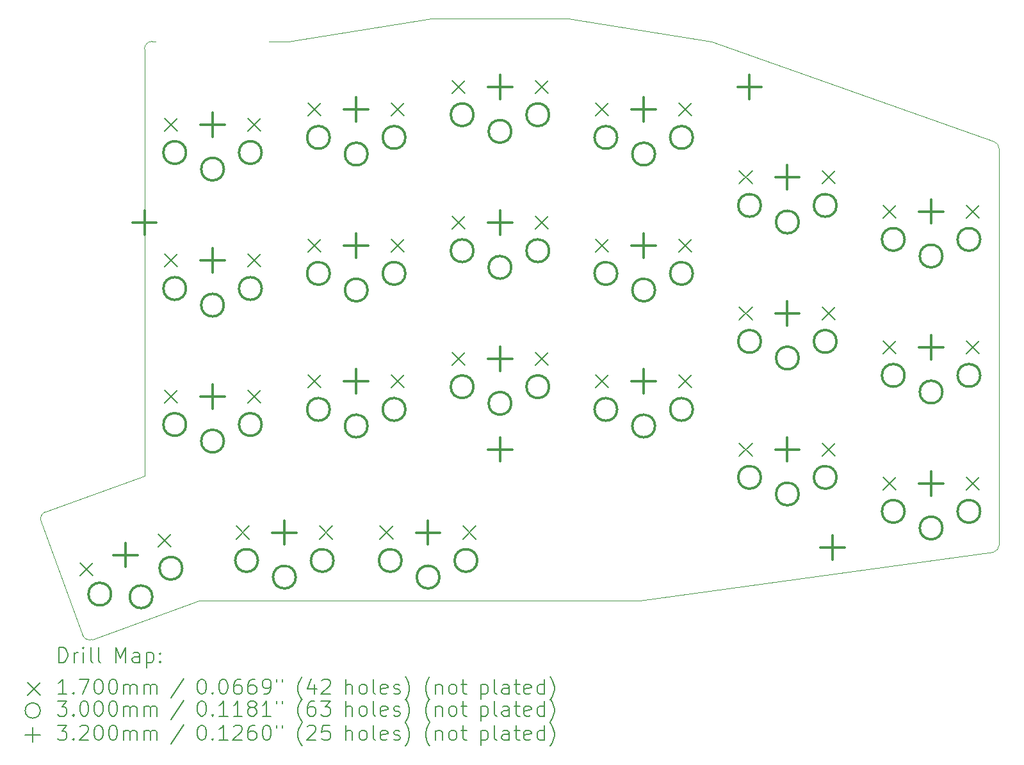
<source format=gbr>
%TF.GenerationSoftware,KiCad,Pcbnew,(7.0.0-0)*%
%TF.CreationDate,2023-03-09T14:48:31+08:00*%
%TF.ProjectId,Input,496e7075-742e-46b6-9963-61645f706362,1*%
%TF.SameCoordinates,PX7bfa480PY6052340*%
%TF.FileFunction,Drillmap*%
%TF.FilePolarity,Positive*%
%FSLAX45Y45*%
G04 Gerber Fmt 4.5, Leading zero omitted, Abs format (unit mm)*
G04 Created by KiCad (PCBNEW (7.0.0-0)) date 2023-03-09 14:48:31*
%MOMM*%
%LPD*%
G01*
G04 APERTURE LIST*
%ADD10C,0.100000*%
%ADD11C,0.200000*%
%ADD12C,0.170000*%
%ADD13C,0.300000*%
%ADD14C,0.320000*%
G04 APERTURE END LIST*
D10*
X2900000Y3200000D02*
X1000000Y2900000D01*
X6600000Y2900000D02*
X4700000Y3200000D01*
X-750000Y2900000D02*
X-800000Y2901005D01*
X-900000Y2800000D02*
X-900000Y-2850000D01*
X10325000Y-3860000D02*
G75*
G03*
X10400000Y-3764289I-23570J95711D01*
G01*
X1000000Y2900000D02*
X750000Y2900000D01*
X5650000Y-4500000D02*
X10325000Y-3860000D01*
X-175000Y-4500000D02*
X5650000Y-4500000D01*
X-800000Y2901005D02*
G75*
G03*
X-900000Y2800001I0J-100005D01*
G01*
X-1719107Y-4955972D02*
X-2266339Y-3452464D01*
X-1719110Y-4955973D02*
G75*
G03*
X-1590936Y-5015740I93970J34203D01*
G01*
X10330000Y1575000D02*
X6600000Y2900000D01*
X10400001Y1479289D02*
G75*
G03*
X10330000Y1575000I-100431J1D01*
G01*
X-2206573Y-3324290D02*
G75*
G03*
X-2266339Y-3452464I34203J-93970D01*
G01*
X4700000Y3200000D02*
X2900000Y3200000D01*
X-2206572Y-3324293D02*
X-900000Y-2850000D01*
X-175000Y-4500000D02*
X-1590936Y-5015740D01*
X10400000Y-3764289D02*
X10400000Y1479289D01*
D11*
D12*
X-1748831Y-3999511D02*
X-1578831Y-4169511D01*
X-1578831Y-3999511D02*
X-1748831Y-4169511D01*
X-715169Y-3623289D02*
X-545169Y-3793289D01*
X-545169Y-3623289D02*
X-715169Y-3793289D01*
X-635000Y1885000D02*
X-465000Y1715000D01*
X-465000Y1885000D02*
X-635000Y1715000D01*
X-635000Y85000D02*
X-465000Y-85000D01*
X-465000Y85000D02*
X-635000Y-85000D01*
X-635000Y-1715000D02*
X-465000Y-1885000D01*
X-465000Y-1715000D02*
X-635000Y-1885000D01*
X315000Y-3515000D02*
X485000Y-3685000D01*
X485000Y-3515000D02*
X315000Y-3685000D01*
X465000Y1885000D02*
X635000Y1715000D01*
X635000Y1885000D02*
X465000Y1715000D01*
X465000Y85000D02*
X635000Y-85000D01*
X635000Y85000D02*
X465000Y-85000D01*
X465000Y-1715000D02*
X635000Y-1885000D01*
X635000Y-1715000D02*
X465000Y-1885000D01*
X1265000Y2085000D02*
X1435000Y1915000D01*
X1435000Y2085000D02*
X1265000Y1915000D01*
X1265000Y285000D02*
X1435000Y115000D01*
X1435000Y285000D02*
X1265000Y115000D01*
X1265000Y-1515000D02*
X1435000Y-1685000D01*
X1435000Y-1515000D02*
X1265000Y-1685000D01*
X1415000Y-3515000D02*
X1585000Y-3685000D01*
X1585000Y-3515000D02*
X1415000Y-3685000D01*
X2215000Y-3515000D02*
X2385000Y-3685000D01*
X2385000Y-3515000D02*
X2215000Y-3685000D01*
X2365000Y2085000D02*
X2535000Y1915000D01*
X2535000Y2085000D02*
X2365000Y1915000D01*
X2365000Y285000D02*
X2535000Y115000D01*
X2535000Y285000D02*
X2365000Y115000D01*
X2365000Y-1515000D02*
X2535000Y-1685000D01*
X2535000Y-1515000D02*
X2365000Y-1685000D01*
X3165000Y2385000D02*
X3335000Y2215000D01*
X3335000Y2385000D02*
X3165000Y2215000D01*
X3165000Y585000D02*
X3335000Y415000D01*
X3335000Y585000D02*
X3165000Y415000D01*
X3165000Y-1215000D02*
X3335000Y-1385000D01*
X3335000Y-1215000D02*
X3165000Y-1385000D01*
X3315000Y-3515000D02*
X3485000Y-3685000D01*
X3485000Y-3515000D02*
X3315000Y-3685000D01*
X4265000Y2385000D02*
X4435000Y2215000D01*
X4435000Y2385000D02*
X4265000Y2215000D01*
X4265000Y585000D02*
X4435000Y415000D01*
X4435000Y585000D02*
X4265000Y415000D01*
X4265000Y-1215000D02*
X4435000Y-1385000D01*
X4435000Y-1215000D02*
X4265000Y-1385000D01*
X5065000Y2085000D02*
X5235000Y1915000D01*
X5235000Y2085000D02*
X5065000Y1915000D01*
X5065000Y285000D02*
X5235000Y115000D01*
X5235000Y285000D02*
X5065000Y115000D01*
X5065000Y-1515000D02*
X5235000Y-1685000D01*
X5235000Y-1515000D02*
X5065000Y-1685000D01*
X6165000Y2085000D02*
X6335000Y1915000D01*
X6335000Y2085000D02*
X6165000Y1915000D01*
X6165000Y285000D02*
X6335000Y115000D01*
X6335000Y285000D02*
X6165000Y115000D01*
X6165000Y-1515000D02*
X6335000Y-1685000D01*
X6335000Y-1515000D02*
X6165000Y-1685000D01*
X6965000Y1185000D02*
X7135000Y1015000D01*
X7135000Y1185000D02*
X6965000Y1015000D01*
X6965000Y-615000D02*
X7135000Y-785000D01*
X7135000Y-615000D02*
X6965000Y-785000D01*
X6965000Y-2415000D02*
X7135000Y-2585000D01*
X7135000Y-2415000D02*
X6965000Y-2585000D01*
X8065000Y1185000D02*
X8235000Y1015000D01*
X8235000Y1185000D02*
X8065000Y1015000D01*
X8065000Y-615000D02*
X8235000Y-785000D01*
X8235000Y-615000D02*
X8065000Y-785000D01*
X8065000Y-2415000D02*
X8235000Y-2585000D01*
X8235000Y-2415000D02*
X8065000Y-2585000D01*
X8865000Y735000D02*
X9035000Y565000D01*
X9035000Y735000D02*
X8865000Y565000D01*
X8865000Y-1065000D02*
X9035000Y-1235000D01*
X9035000Y-1065000D02*
X8865000Y-1235000D01*
X8865000Y-2865000D02*
X9035000Y-3035000D01*
X9035000Y-2865000D02*
X8865000Y-3035000D01*
X9965000Y735000D02*
X10135000Y565000D01*
X10135000Y735000D02*
X9965000Y565000D01*
X9965000Y-1065000D02*
X10135000Y-1235000D01*
X10135000Y-1065000D02*
X9965000Y-1235000D01*
X9965000Y-2865000D02*
X10135000Y-3035000D01*
X10135000Y-2865000D02*
X9965000Y-3035000D01*
D13*
X-1340299Y-4415096D02*
G75*
G03*
X-1340299Y-4415096I-150000J0D01*
G01*
X-795208Y-4450819D02*
G75*
G03*
X-795208Y-4450819I-150000J0D01*
G01*
X-400606Y-4073076D02*
G75*
G03*
X-400606Y-4073076I-150000J0D01*
G01*
X-350000Y1430000D02*
G75*
G03*
X-350000Y1430000I-150000J0D01*
G01*
X-350000Y-370000D02*
G75*
G03*
X-350000Y-370000I-150000J0D01*
G01*
X-350000Y-2170000D02*
G75*
G03*
X-350000Y-2170000I-150000J0D01*
G01*
X150000Y1210000D02*
G75*
G03*
X150000Y1210000I-150000J0D01*
G01*
X150000Y-590000D02*
G75*
G03*
X150000Y-590000I-150000J0D01*
G01*
X150000Y-2390000D02*
G75*
G03*
X150000Y-2390000I-150000J0D01*
G01*
X600000Y-3970000D02*
G75*
G03*
X600000Y-3970000I-150000J0D01*
G01*
X650000Y1430000D02*
G75*
G03*
X650000Y1430000I-150000J0D01*
G01*
X650000Y-370000D02*
G75*
G03*
X650000Y-370000I-150000J0D01*
G01*
X650000Y-2170000D02*
G75*
G03*
X650000Y-2170000I-150000J0D01*
G01*
X1100000Y-4190000D02*
G75*
G03*
X1100000Y-4190000I-150000J0D01*
G01*
X1550000Y1630000D02*
G75*
G03*
X1550000Y1630000I-150000J0D01*
G01*
X1550000Y-170000D02*
G75*
G03*
X1550000Y-170000I-150000J0D01*
G01*
X1550000Y-1970000D02*
G75*
G03*
X1550000Y-1970000I-150000J0D01*
G01*
X1600000Y-3970000D02*
G75*
G03*
X1600000Y-3970000I-150000J0D01*
G01*
X2050000Y1410000D02*
G75*
G03*
X2050000Y1410000I-150000J0D01*
G01*
X2050000Y-390000D02*
G75*
G03*
X2050000Y-390000I-150000J0D01*
G01*
X2050000Y-2190000D02*
G75*
G03*
X2050000Y-2190000I-150000J0D01*
G01*
X2500000Y-3970000D02*
G75*
G03*
X2500000Y-3970000I-150000J0D01*
G01*
X2550000Y1630000D02*
G75*
G03*
X2550000Y1630000I-150000J0D01*
G01*
X2550000Y-170000D02*
G75*
G03*
X2550000Y-170000I-150000J0D01*
G01*
X2550000Y-1970000D02*
G75*
G03*
X2550000Y-1970000I-150000J0D01*
G01*
X3000000Y-4190000D02*
G75*
G03*
X3000000Y-4190000I-150000J0D01*
G01*
X3450000Y1930000D02*
G75*
G03*
X3450000Y1930000I-150000J0D01*
G01*
X3450000Y130000D02*
G75*
G03*
X3450000Y130000I-150000J0D01*
G01*
X3450000Y-1670000D02*
G75*
G03*
X3450000Y-1670000I-150000J0D01*
G01*
X3500000Y-3970000D02*
G75*
G03*
X3500000Y-3970000I-150000J0D01*
G01*
X3950000Y1710000D02*
G75*
G03*
X3950000Y1710000I-150000J0D01*
G01*
X3950000Y-90000D02*
G75*
G03*
X3950000Y-90000I-150000J0D01*
G01*
X3950000Y-1890000D02*
G75*
G03*
X3950000Y-1890000I-150000J0D01*
G01*
X4450000Y1930000D02*
G75*
G03*
X4450000Y1930000I-150000J0D01*
G01*
X4450000Y130000D02*
G75*
G03*
X4450000Y130000I-150000J0D01*
G01*
X4450000Y-1670000D02*
G75*
G03*
X4450000Y-1670000I-150000J0D01*
G01*
X5350000Y1630000D02*
G75*
G03*
X5350000Y1630000I-150000J0D01*
G01*
X5350000Y-170000D02*
G75*
G03*
X5350000Y-170000I-150000J0D01*
G01*
X5350000Y-1970000D02*
G75*
G03*
X5350000Y-1970000I-150000J0D01*
G01*
X5850000Y1410000D02*
G75*
G03*
X5850000Y1410000I-150000J0D01*
G01*
X5850000Y-390000D02*
G75*
G03*
X5850000Y-390000I-150000J0D01*
G01*
X5850000Y-2190000D02*
G75*
G03*
X5850000Y-2190000I-150000J0D01*
G01*
X6350000Y1630000D02*
G75*
G03*
X6350000Y1630000I-150000J0D01*
G01*
X6350000Y-170000D02*
G75*
G03*
X6350000Y-170000I-150000J0D01*
G01*
X6350000Y-1970000D02*
G75*
G03*
X6350000Y-1970000I-150000J0D01*
G01*
X7250000Y730000D02*
G75*
G03*
X7250000Y730000I-150000J0D01*
G01*
X7250000Y-1070000D02*
G75*
G03*
X7250000Y-1070000I-150000J0D01*
G01*
X7250000Y-2870000D02*
G75*
G03*
X7250000Y-2870000I-150000J0D01*
G01*
X7750000Y510000D02*
G75*
G03*
X7750000Y510000I-150000J0D01*
G01*
X7750000Y-1290000D02*
G75*
G03*
X7750000Y-1290000I-150000J0D01*
G01*
X7750000Y-3090000D02*
G75*
G03*
X7750000Y-3090000I-150000J0D01*
G01*
X8250000Y730000D02*
G75*
G03*
X8250000Y730000I-150000J0D01*
G01*
X8250000Y-1070000D02*
G75*
G03*
X8250000Y-1070000I-150000J0D01*
G01*
X8250000Y-2870000D02*
G75*
G03*
X8250000Y-2870000I-150000J0D01*
G01*
X9150000Y280000D02*
G75*
G03*
X9150000Y280000I-150000J0D01*
G01*
X9150000Y-1520000D02*
G75*
G03*
X9150000Y-1520000I-150000J0D01*
G01*
X9150000Y-3320000D02*
G75*
G03*
X9150000Y-3320000I-150000J0D01*
G01*
X9650000Y60000D02*
G75*
G03*
X9650000Y60000I-150000J0D01*
G01*
X9650000Y-1740000D02*
G75*
G03*
X9650000Y-1740000I-150000J0D01*
G01*
X9650000Y-3540000D02*
G75*
G03*
X9650000Y-3540000I-150000J0D01*
G01*
X10150000Y280000D02*
G75*
G03*
X10150000Y280000I-150000J0D01*
G01*
X10150000Y-1520000D02*
G75*
G03*
X10150000Y-1520000I-150000J0D01*
G01*
X10150000Y-3320000D02*
G75*
G03*
X10150000Y-3320000I-150000J0D01*
G01*
D14*
X-1147000Y-3736400D02*
X-1147000Y-4056400D01*
X-1307000Y-3896400D02*
X-987000Y-3896400D01*
X-900000Y660000D02*
X-900000Y340000D01*
X-1060000Y500000D02*
X-740000Y500000D01*
X0Y1960000D02*
X0Y1640000D01*
X-160000Y1800000D02*
X160000Y1800000D01*
X0Y160000D02*
X0Y-160000D01*
X-160000Y0D02*
X160000Y0D01*
X0Y-1640000D02*
X0Y-1960000D01*
X-160000Y-1800000D02*
X160000Y-1800000D01*
X950000Y-3440000D02*
X950000Y-3760000D01*
X790000Y-3600000D02*
X1110000Y-3600000D01*
X1900000Y2160000D02*
X1900000Y1840000D01*
X1740000Y2000000D02*
X2060000Y2000000D01*
X1900000Y360000D02*
X1900000Y40000D01*
X1740000Y200000D02*
X2060000Y200000D01*
X1900000Y-1440000D02*
X1900000Y-1760000D01*
X1740000Y-1600000D02*
X2060000Y-1600000D01*
X2850000Y-3440000D02*
X2850000Y-3760000D01*
X2690000Y-3600000D02*
X3010000Y-3600000D01*
X3800000Y2460000D02*
X3800000Y2140000D01*
X3640000Y2300000D02*
X3960000Y2300000D01*
X3800000Y660000D02*
X3800000Y340000D01*
X3640000Y500000D02*
X3960000Y500000D01*
X3800000Y-1140000D02*
X3800000Y-1460000D01*
X3640000Y-1300000D02*
X3960000Y-1300000D01*
X3800000Y-2340000D02*
X3800000Y-2660000D01*
X3640000Y-2500000D02*
X3960000Y-2500000D01*
X5700000Y2160000D02*
X5700000Y1840000D01*
X5540000Y2000000D02*
X5860000Y2000000D01*
X5700000Y360000D02*
X5700000Y40000D01*
X5540000Y200000D02*
X5860000Y200000D01*
X5700000Y-1440000D02*
X5700000Y-1760000D01*
X5540000Y-1600000D02*
X5860000Y-1600000D01*
X7100000Y2460000D02*
X7100000Y2140000D01*
X6940000Y2300000D02*
X7260000Y2300000D01*
X7600000Y1260000D02*
X7600000Y940000D01*
X7440000Y1100000D02*
X7760000Y1100000D01*
X7600000Y-540000D02*
X7600000Y-860000D01*
X7440000Y-700000D02*
X7760000Y-700000D01*
X7600000Y-2340000D02*
X7600000Y-2660000D01*
X7440000Y-2500000D02*
X7760000Y-2500000D01*
X8200000Y-3640000D02*
X8200000Y-3960000D01*
X8040000Y-3800000D02*
X8360000Y-3800000D01*
X9500000Y810000D02*
X9500000Y490000D01*
X9340000Y650000D02*
X9660000Y650000D01*
X9500000Y-990000D02*
X9500000Y-1310000D01*
X9340000Y-1150000D02*
X9660000Y-1150000D01*
X9500000Y-2790000D02*
X9500000Y-3110000D01*
X9340000Y-2950000D02*
X9660000Y-2950000D01*
D11*
X-2029752Y-5320247D02*
X-2029752Y-5120247D01*
X-2029752Y-5120247D02*
X-1982133Y-5120247D01*
X-1982133Y-5120247D02*
X-1953561Y-5129771D01*
X-1953561Y-5129771D02*
X-1934514Y-5148819D01*
X-1934514Y-5148819D02*
X-1924990Y-5167866D01*
X-1924990Y-5167866D02*
X-1915466Y-5205961D01*
X-1915466Y-5205961D02*
X-1915466Y-5234533D01*
X-1915466Y-5234533D02*
X-1924990Y-5272628D01*
X-1924990Y-5272628D02*
X-1934514Y-5291676D01*
X-1934514Y-5291676D02*
X-1953561Y-5310723D01*
X-1953561Y-5310723D02*
X-1982133Y-5320247D01*
X-1982133Y-5320247D02*
X-2029752Y-5320247D01*
X-1829752Y-5320247D02*
X-1829752Y-5186914D01*
X-1829752Y-5225009D02*
X-1820228Y-5205961D01*
X-1820228Y-5205961D02*
X-1810704Y-5196438D01*
X-1810704Y-5196438D02*
X-1791657Y-5186914D01*
X-1791657Y-5186914D02*
X-1772609Y-5186914D01*
X-1705942Y-5320247D02*
X-1705942Y-5186914D01*
X-1705942Y-5120247D02*
X-1715466Y-5129771D01*
X-1715466Y-5129771D02*
X-1705942Y-5139295D01*
X-1705942Y-5139295D02*
X-1696418Y-5129771D01*
X-1696418Y-5129771D02*
X-1705942Y-5120247D01*
X-1705942Y-5120247D02*
X-1705942Y-5139295D01*
X-1582133Y-5320247D02*
X-1601180Y-5310723D01*
X-1601180Y-5310723D02*
X-1610704Y-5291676D01*
X-1610704Y-5291676D02*
X-1610704Y-5120247D01*
X-1477371Y-5320247D02*
X-1496418Y-5310723D01*
X-1496418Y-5310723D02*
X-1505942Y-5291676D01*
X-1505942Y-5291676D02*
X-1505942Y-5120247D01*
X-1281180Y-5320247D02*
X-1281180Y-5120247D01*
X-1281180Y-5120247D02*
X-1214514Y-5263104D01*
X-1214514Y-5263104D02*
X-1147847Y-5120247D01*
X-1147847Y-5120247D02*
X-1147847Y-5320247D01*
X-966895Y-5320247D02*
X-966895Y-5215485D01*
X-966895Y-5215485D02*
X-976418Y-5196438D01*
X-976418Y-5196438D02*
X-995466Y-5186914D01*
X-995466Y-5186914D02*
X-1033561Y-5186914D01*
X-1033561Y-5186914D02*
X-1052609Y-5196438D01*
X-966895Y-5310723D02*
X-985942Y-5320247D01*
X-985942Y-5320247D02*
X-1033561Y-5320247D01*
X-1033561Y-5320247D02*
X-1052609Y-5310723D01*
X-1052609Y-5310723D02*
X-1062133Y-5291676D01*
X-1062133Y-5291676D02*
X-1062133Y-5272628D01*
X-1062133Y-5272628D02*
X-1052609Y-5253580D01*
X-1052609Y-5253580D02*
X-1033561Y-5244057D01*
X-1033561Y-5244057D02*
X-985942Y-5244057D01*
X-985942Y-5244057D02*
X-966895Y-5234533D01*
X-871657Y-5186914D02*
X-871657Y-5386914D01*
X-871657Y-5196438D02*
X-852609Y-5186914D01*
X-852609Y-5186914D02*
X-814514Y-5186914D01*
X-814514Y-5186914D02*
X-795466Y-5196438D01*
X-795466Y-5196438D02*
X-785942Y-5205961D01*
X-785942Y-5205961D02*
X-776418Y-5225009D01*
X-776418Y-5225009D02*
X-776418Y-5282152D01*
X-776418Y-5282152D02*
X-785942Y-5301199D01*
X-785942Y-5301199D02*
X-795466Y-5310723D01*
X-795466Y-5310723D02*
X-814514Y-5320247D01*
X-814514Y-5320247D02*
X-852609Y-5320247D01*
X-852609Y-5320247D02*
X-871657Y-5310723D01*
X-690704Y-5301199D02*
X-681180Y-5310723D01*
X-681180Y-5310723D02*
X-690704Y-5320247D01*
X-690704Y-5320247D02*
X-700228Y-5310723D01*
X-700228Y-5310723D02*
X-690704Y-5301199D01*
X-690704Y-5301199D02*
X-690704Y-5320247D01*
X-690704Y-5196438D02*
X-681180Y-5205961D01*
X-681180Y-5205961D02*
X-690704Y-5215485D01*
X-690704Y-5215485D02*
X-700228Y-5205961D01*
X-700228Y-5205961D02*
X-690704Y-5196438D01*
X-690704Y-5196438D02*
X-690704Y-5215485D01*
D12*
X-2447371Y-5581771D02*
X-2277371Y-5751771D01*
X-2277371Y-5581771D02*
X-2447371Y-5751771D01*
D11*
X-1924990Y-5740247D02*
X-2039276Y-5740247D01*
X-1982133Y-5740247D02*
X-1982133Y-5540247D01*
X-1982133Y-5540247D02*
X-2001180Y-5568819D01*
X-2001180Y-5568819D02*
X-2020228Y-5587866D01*
X-2020228Y-5587866D02*
X-2039276Y-5597390D01*
X-1839276Y-5721199D02*
X-1829752Y-5730723D01*
X-1829752Y-5730723D02*
X-1839276Y-5740247D01*
X-1839276Y-5740247D02*
X-1848799Y-5730723D01*
X-1848799Y-5730723D02*
X-1839276Y-5721199D01*
X-1839276Y-5721199D02*
X-1839276Y-5740247D01*
X-1763085Y-5540247D02*
X-1629752Y-5540247D01*
X-1629752Y-5540247D02*
X-1715466Y-5740247D01*
X-1515466Y-5540247D02*
X-1496418Y-5540247D01*
X-1496418Y-5540247D02*
X-1477371Y-5549771D01*
X-1477371Y-5549771D02*
X-1467847Y-5559295D01*
X-1467847Y-5559295D02*
X-1458323Y-5578342D01*
X-1458323Y-5578342D02*
X-1448799Y-5616437D01*
X-1448799Y-5616437D02*
X-1448799Y-5664057D01*
X-1448799Y-5664057D02*
X-1458323Y-5702152D01*
X-1458323Y-5702152D02*
X-1467847Y-5721199D01*
X-1467847Y-5721199D02*
X-1477371Y-5730723D01*
X-1477371Y-5730723D02*
X-1496418Y-5740247D01*
X-1496418Y-5740247D02*
X-1515466Y-5740247D01*
X-1515466Y-5740247D02*
X-1534514Y-5730723D01*
X-1534514Y-5730723D02*
X-1544037Y-5721199D01*
X-1544037Y-5721199D02*
X-1553561Y-5702152D01*
X-1553561Y-5702152D02*
X-1563085Y-5664057D01*
X-1563085Y-5664057D02*
X-1563085Y-5616437D01*
X-1563085Y-5616437D02*
X-1553561Y-5578342D01*
X-1553561Y-5578342D02*
X-1544037Y-5559295D01*
X-1544037Y-5559295D02*
X-1534514Y-5549771D01*
X-1534514Y-5549771D02*
X-1515466Y-5540247D01*
X-1324990Y-5540247D02*
X-1305942Y-5540247D01*
X-1305942Y-5540247D02*
X-1286895Y-5549771D01*
X-1286895Y-5549771D02*
X-1277371Y-5559295D01*
X-1277371Y-5559295D02*
X-1267847Y-5578342D01*
X-1267847Y-5578342D02*
X-1258323Y-5616437D01*
X-1258323Y-5616437D02*
X-1258323Y-5664057D01*
X-1258323Y-5664057D02*
X-1267847Y-5702152D01*
X-1267847Y-5702152D02*
X-1277371Y-5721199D01*
X-1277371Y-5721199D02*
X-1286895Y-5730723D01*
X-1286895Y-5730723D02*
X-1305942Y-5740247D01*
X-1305942Y-5740247D02*
X-1324990Y-5740247D01*
X-1324990Y-5740247D02*
X-1344038Y-5730723D01*
X-1344038Y-5730723D02*
X-1353561Y-5721199D01*
X-1353561Y-5721199D02*
X-1363085Y-5702152D01*
X-1363085Y-5702152D02*
X-1372609Y-5664057D01*
X-1372609Y-5664057D02*
X-1372609Y-5616437D01*
X-1372609Y-5616437D02*
X-1363085Y-5578342D01*
X-1363085Y-5578342D02*
X-1353561Y-5559295D01*
X-1353561Y-5559295D02*
X-1344038Y-5549771D01*
X-1344038Y-5549771D02*
X-1324990Y-5540247D01*
X-1172609Y-5740247D02*
X-1172609Y-5606914D01*
X-1172609Y-5625961D02*
X-1163085Y-5616437D01*
X-1163085Y-5616437D02*
X-1144038Y-5606914D01*
X-1144038Y-5606914D02*
X-1115466Y-5606914D01*
X-1115466Y-5606914D02*
X-1096418Y-5616437D01*
X-1096418Y-5616437D02*
X-1086895Y-5635485D01*
X-1086895Y-5635485D02*
X-1086895Y-5740247D01*
X-1086895Y-5635485D02*
X-1077371Y-5616437D01*
X-1077371Y-5616437D02*
X-1058323Y-5606914D01*
X-1058323Y-5606914D02*
X-1029752Y-5606914D01*
X-1029752Y-5606914D02*
X-1010704Y-5616437D01*
X-1010704Y-5616437D02*
X-1001180Y-5635485D01*
X-1001180Y-5635485D02*
X-1001180Y-5740247D01*
X-905942Y-5740247D02*
X-905942Y-5606914D01*
X-905942Y-5625961D02*
X-896418Y-5616437D01*
X-896418Y-5616437D02*
X-877371Y-5606914D01*
X-877371Y-5606914D02*
X-848799Y-5606914D01*
X-848799Y-5606914D02*
X-829752Y-5616437D01*
X-829752Y-5616437D02*
X-820228Y-5635485D01*
X-820228Y-5635485D02*
X-820228Y-5740247D01*
X-820228Y-5635485D02*
X-810704Y-5616437D01*
X-810704Y-5616437D02*
X-791656Y-5606914D01*
X-791656Y-5606914D02*
X-763085Y-5606914D01*
X-763085Y-5606914D02*
X-744037Y-5616437D01*
X-744037Y-5616437D02*
X-734514Y-5635485D01*
X-734514Y-5635485D02*
X-734514Y-5740247D01*
X-376418Y-5530723D02*
X-547847Y-5787866D01*
X-151657Y-5540247D02*
X-132609Y-5540247D01*
X-132609Y-5540247D02*
X-113561Y-5549771D01*
X-113561Y-5549771D02*
X-104037Y-5559295D01*
X-104037Y-5559295D02*
X-94514Y-5578342D01*
X-94514Y-5578342D02*
X-84990Y-5616437D01*
X-84990Y-5616437D02*
X-84990Y-5664057D01*
X-84990Y-5664057D02*
X-94514Y-5702152D01*
X-94514Y-5702152D02*
X-104037Y-5721199D01*
X-104037Y-5721199D02*
X-113561Y-5730723D01*
X-113561Y-5730723D02*
X-132609Y-5740247D01*
X-132609Y-5740247D02*
X-151657Y-5740247D01*
X-151657Y-5740247D02*
X-170704Y-5730723D01*
X-170704Y-5730723D02*
X-180228Y-5721199D01*
X-180228Y-5721199D02*
X-189752Y-5702152D01*
X-189752Y-5702152D02*
X-199275Y-5664057D01*
X-199275Y-5664057D02*
X-199275Y-5616437D01*
X-199275Y-5616437D02*
X-189752Y-5578342D01*
X-189752Y-5578342D02*
X-180228Y-5559295D01*
X-180228Y-5559295D02*
X-170704Y-5549771D01*
X-170704Y-5549771D02*
X-151657Y-5540247D01*
X724Y-5721199D02*
X10248Y-5730723D01*
X10248Y-5730723D02*
X724Y-5740247D01*
X724Y-5740247D02*
X-8799Y-5730723D01*
X-8799Y-5730723D02*
X724Y-5721199D01*
X724Y-5721199D02*
X724Y-5740247D01*
X134058Y-5540247D02*
X153106Y-5540247D01*
X153106Y-5540247D02*
X172153Y-5549771D01*
X172153Y-5549771D02*
X181677Y-5559295D01*
X181677Y-5559295D02*
X191201Y-5578342D01*
X191201Y-5578342D02*
X200724Y-5616437D01*
X200724Y-5616437D02*
X200724Y-5664057D01*
X200724Y-5664057D02*
X191201Y-5702152D01*
X191201Y-5702152D02*
X181677Y-5721199D01*
X181677Y-5721199D02*
X172153Y-5730723D01*
X172153Y-5730723D02*
X153106Y-5740247D01*
X153106Y-5740247D02*
X134058Y-5740247D01*
X134058Y-5740247D02*
X115010Y-5730723D01*
X115010Y-5730723D02*
X105486Y-5721199D01*
X105486Y-5721199D02*
X95963Y-5702152D01*
X95963Y-5702152D02*
X86439Y-5664057D01*
X86439Y-5664057D02*
X86439Y-5616437D01*
X86439Y-5616437D02*
X95963Y-5578342D01*
X95963Y-5578342D02*
X105486Y-5559295D01*
X105486Y-5559295D02*
X115010Y-5549771D01*
X115010Y-5549771D02*
X134058Y-5540247D01*
X372153Y-5540247D02*
X334058Y-5540247D01*
X334058Y-5540247D02*
X315010Y-5549771D01*
X315010Y-5549771D02*
X305486Y-5559295D01*
X305486Y-5559295D02*
X286439Y-5587866D01*
X286439Y-5587866D02*
X276915Y-5625961D01*
X276915Y-5625961D02*
X276915Y-5702152D01*
X276915Y-5702152D02*
X286439Y-5721199D01*
X286439Y-5721199D02*
X295963Y-5730723D01*
X295963Y-5730723D02*
X315010Y-5740247D01*
X315010Y-5740247D02*
X353105Y-5740247D01*
X353105Y-5740247D02*
X372153Y-5730723D01*
X372153Y-5730723D02*
X381677Y-5721199D01*
X381677Y-5721199D02*
X391201Y-5702152D01*
X391201Y-5702152D02*
X391201Y-5654533D01*
X391201Y-5654533D02*
X381677Y-5635485D01*
X381677Y-5635485D02*
X372153Y-5625961D01*
X372153Y-5625961D02*
X353105Y-5616437D01*
X353105Y-5616437D02*
X315010Y-5616437D01*
X315010Y-5616437D02*
X295963Y-5625961D01*
X295963Y-5625961D02*
X286439Y-5635485D01*
X286439Y-5635485D02*
X276915Y-5654533D01*
X562629Y-5540247D02*
X524534Y-5540247D01*
X524534Y-5540247D02*
X505486Y-5549771D01*
X505486Y-5549771D02*
X495963Y-5559295D01*
X495963Y-5559295D02*
X476915Y-5587866D01*
X476915Y-5587866D02*
X467391Y-5625961D01*
X467391Y-5625961D02*
X467391Y-5702152D01*
X467391Y-5702152D02*
X476915Y-5721199D01*
X476915Y-5721199D02*
X486439Y-5730723D01*
X486439Y-5730723D02*
X505486Y-5740247D01*
X505486Y-5740247D02*
X543582Y-5740247D01*
X543582Y-5740247D02*
X562629Y-5730723D01*
X562629Y-5730723D02*
X572153Y-5721199D01*
X572153Y-5721199D02*
X581677Y-5702152D01*
X581677Y-5702152D02*
X581677Y-5654533D01*
X581677Y-5654533D02*
X572153Y-5635485D01*
X572153Y-5635485D02*
X562629Y-5625961D01*
X562629Y-5625961D02*
X543582Y-5616437D01*
X543582Y-5616437D02*
X505486Y-5616437D01*
X505486Y-5616437D02*
X486439Y-5625961D01*
X486439Y-5625961D02*
X476915Y-5635485D01*
X476915Y-5635485D02*
X467391Y-5654533D01*
X676915Y-5740247D02*
X715010Y-5740247D01*
X715010Y-5740247D02*
X734058Y-5730723D01*
X734058Y-5730723D02*
X743582Y-5721199D01*
X743582Y-5721199D02*
X762629Y-5692628D01*
X762629Y-5692628D02*
X772153Y-5654533D01*
X772153Y-5654533D02*
X772153Y-5578342D01*
X772153Y-5578342D02*
X762629Y-5559295D01*
X762629Y-5559295D02*
X753105Y-5549771D01*
X753105Y-5549771D02*
X734058Y-5540247D01*
X734058Y-5540247D02*
X695963Y-5540247D01*
X695963Y-5540247D02*
X676915Y-5549771D01*
X676915Y-5549771D02*
X667391Y-5559295D01*
X667391Y-5559295D02*
X657867Y-5578342D01*
X657867Y-5578342D02*
X657867Y-5625961D01*
X657867Y-5625961D02*
X667391Y-5645009D01*
X667391Y-5645009D02*
X676915Y-5654533D01*
X676915Y-5654533D02*
X695963Y-5664057D01*
X695963Y-5664057D02*
X734058Y-5664057D01*
X734058Y-5664057D02*
X753105Y-5654533D01*
X753105Y-5654533D02*
X762629Y-5645009D01*
X762629Y-5645009D02*
X772153Y-5625961D01*
X848344Y-5540247D02*
X848344Y-5578342D01*
X924534Y-5540247D02*
X924534Y-5578342D01*
X1187391Y-5816437D02*
X1177867Y-5806914D01*
X1177867Y-5806914D02*
X1158820Y-5778342D01*
X1158820Y-5778342D02*
X1149296Y-5759295D01*
X1149296Y-5759295D02*
X1139772Y-5730723D01*
X1139772Y-5730723D02*
X1130248Y-5683104D01*
X1130248Y-5683104D02*
X1130248Y-5645009D01*
X1130248Y-5645009D02*
X1139772Y-5597390D01*
X1139772Y-5597390D02*
X1149296Y-5568819D01*
X1149296Y-5568819D02*
X1158820Y-5549771D01*
X1158820Y-5549771D02*
X1177867Y-5521199D01*
X1177867Y-5521199D02*
X1187391Y-5511676D01*
X1349296Y-5606914D02*
X1349296Y-5740247D01*
X1301677Y-5530723D02*
X1254058Y-5673580D01*
X1254058Y-5673580D02*
X1377867Y-5673580D01*
X1444534Y-5559295D02*
X1454058Y-5549771D01*
X1454058Y-5549771D02*
X1473105Y-5540247D01*
X1473105Y-5540247D02*
X1520725Y-5540247D01*
X1520725Y-5540247D02*
X1539772Y-5549771D01*
X1539772Y-5549771D02*
X1549296Y-5559295D01*
X1549296Y-5559295D02*
X1558820Y-5578342D01*
X1558820Y-5578342D02*
X1558820Y-5597390D01*
X1558820Y-5597390D02*
X1549296Y-5625961D01*
X1549296Y-5625961D02*
X1435010Y-5740247D01*
X1435010Y-5740247D02*
X1558820Y-5740247D01*
X1764534Y-5740247D02*
X1764534Y-5540247D01*
X1850248Y-5740247D02*
X1850248Y-5635485D01*
X1850248Y-5635485D02*
X1840725Y-5616437D01*
X1840725Y-5616437D02*
X1821677Y-5606914D01*
X1821677Y-5606914D02*
X1793105Y-5606914D01*
X1793105Y-5606914D02*
X1774058Y-5616437D01*
X1774058Y-5616437D02*
X1764534Y-5625961D01*
X1974058Y-5740247D02*
X1955010Y-5730723D01*
X1955010Y-5730723D02*
X1945486Y-5721199D01*
X1945486Y-5721199D02*
X1935963Y-5702152D01*
X1935963Y-5702152D02*
X1935963Y-5645009D01*
X1935963Y-5645009D02*
X1945486Y-5625961D01*
X1945486Y-5625961D02*
X1955010Y-5616437D01*
X1955010Y-5616437D02*
X1974058Y-5606914D01*
X1974058Y-5606914D02*
X2002629Y-5606914D01*
X2002629Y-5606914D02*
X2021677Y-5616437D01*
X2021677Y-5616437D02*
X2031201Y-5625961D01*
X2031201Y-5625961D02*
X2040725Y-5645009D01*
X2040725Y-5645009D02*
X2040725Y-5702152D01*
X2040725Y-5702152D02*
X2031201Y-5721199D01*
X2031201Y-5721199D02*
X2021677Y-5730723D01*
X2021677Y-5730723D02*
X2002629Y-5740247D01*
X2002629Y-5740247D02*
X1974058Y-5740247D01*
X2155010Y-5740247D02*
X2135963Y-5730723D01*
X2135963Y-5730723D02*
X2126439Y-5711676D01*
X2126439Y-5711676D02*
X2126439Y-5540247D01*
X2307391Y-5730723D02*
X2288344Y-5740247D01*
X2288344Y-5740247D02*
X2250248Y-5740247D01*
X2250248Y-5740247D02*
X2231201Y-5730723D01*
X2231201Y-5730723D02*
X2221677Y-5711676D01*
X2221677Y-5711676D02*
X2221677Y-5635485D01*
X2221677Y-5635485D02*
X2231201Y-5616437D01*
X2231201Y-5616437D02*
X2250248Y-5606914D01*
X2250248Y-5606914D02*
X2288344Y-5606914D01*
X2288344Y-5606914D02*
X2307391Y-5616437D01*
X2307391Y-5616437D02*
X2316915Y-5635485D01*
X2316915Y-5635485D02*
X2316915Y-5654533D01*
X2316915Y-5654533D02*
X2221677Y-5673580D01*
X2393106Y-5730723D02*
X2412153Y-5740247D01*
X2412153Y-5740247D02*
X2450248Y-5740247D01*
X2450248Y-5740247D02*
X2469296Y-5730723D01*
X2469296Y-5730723D02*
X2478820Y-5711676D01*
X2478820Y-5711676D02*
X2478820Y-5702152D01*
X2478820Y-5702152D02*
X2469296Y-5683104D01*
X2469296Y-5683104D02*
X2450248Y-5673580D01*
X2450248Y-5673580D02*
X2421677Y-5673580D01*
X2421677Y-5673580D02*
X2402629Y-5664057D01*
X2402629Y-5664057D02*
X2393106Y-5645009D01*
X2393106Y-5645009D02*
X2393106Y-5635485D01*
X2393106Y-5635485D02*
X2402629Y-5616437D01*
X2402629Y-5616437D02*
X2421677Y-5606914D01*
X2421677Y-5606914D02*
X2450248Y-5606914D01*
X2450248Y-5606914D02*
X2469296Y-5616437D01*
X2545487Y-5816437D02*
X2555010Y-5806914D01*
X2555010Y-5806914D02*
X2574058Y-5778342D01*
X2574058Y-5778342D02*
X2583582Y-5759295D01*
X2583582Y-5759295D02*
X2593106Y-5730723D01*
X2593106Y-5730723D02*
X2602629Y-5683104D01*
X2602629Y-5683104D02*
X2602629Y-5645009D01*
X2602629Y-5645009D02*
X2593106Y-5597390D01*
X2593106Y-5597390D02*
X2583582Y-5568819D01*
X2583582Y-5568819D02*
X2574058Y-5549771D01*
X2574058Y-5549771D02*
X2555010Y-5521199D01*
X2555010Y-5521199D02*
X2545487Y-5511676D01*
X2875010Y-5816437D02*
X2865486Y-5806914D01*
X2865486Y-5806914D02*
X2846439Y-5778342D01*
X2846439Y-5778342D02*
X2836915Y-5759295D01*
X2836915Y-5759295D02*
X2827391Y-5730723D01*
X2827391Y-5730723D02*
X2817867Y-5683104D01*
X2817867Y-5683104D02*
X2817867Y-5645009D01*
X2817867Y-5645009D02*
X2827391Y-5597390D01*
X2827391Y-5597390D02*
X2836915Y-5568819D01*
X2836915Y-5568819D02*
X2846439Y-5549771D01*
X2846439Y-5549771D02*
X2865486Y-5521199D01*
X2865486Y-5521199D02*
X2875010Y-5511676D01*
X2951201Y-5606914D02*
X2951201Y-5740247D01*
X2951201Y-5625961D02*
X2960725Y-5616437D01*
X2960725Y-5616437D02*
X2979772Y-5606914D01*
X2979772Y-5606914D02*
X3008344Y-5606914D01*
X3008344Y-5606914D02*
X3027391Y-5616437D01*
X3027391Y-5616437D02*
X3036915Y-5635485D01*
X3036915Y-5635485D02*
X3036915Y-5740247D01*
X3160725Y-5740247D02*
X3141677Y-5730723D01*
X3141677Y-5730723D02*
X3132153Y-5721199D01*
X3132153Y-5721199D02*
X3122629Y-5702152D01*
X3122629Y-5702152D02*
X3122629Y-5645009D01*
X3122629Y-5645009D02*
X3132153Y-5625961D01*
X3132153Y-5625961D02*
X3141677Y-5616437D01*
X3141677Y-5616437D02*
X3160725Y-5606914D01*
X3160725Y-5606914D02*
X3189296Y-5606914D01*
X3189296Y-5606914D02*
X3208344Y-5616437D01*
X3208344Y-5616437D02*
X3217867Y-5625961D01*
X3217867Y-5625961D02*
X3227391Y-5645009D01*
X3227391Y-5645009D02*
X3227391Y-5702152D01*
X3227391Y-5702152D02*
X3217867Y-5721199D01*
X3217867Y-5721199D02*
X3208344Y-5730723D01*
X3208344Y-5730723D02*
X3189296Y-5740247D01*
X3189296Y-5740247D02*
X3160725Y-5740247D01*
X3284534Y-5606914D02*
X3360725Y-5606914D01*
X3313106Y-5540247D02*
X3313106Y-5711676D01*
X3313106Y-5711676D02*
X3322629Y-5730723D01*
X3322629Y-5730723D02*
X3341677Y-5740247D01*
X3341677Y-5740247D02*
X3360725Y-5740247D01*
X3547391Y-5606914D02*
X3547391Y-5806914D01*
X3547391Y-5616437D02*
X3566439Y-5606914D01*
X3566439Y-5606914D02*
X3604534Y-5606914D01*
X3604534Y-5606914D02*
X3623582Y-5616437D01*
X3623582Y-5616437D02*
X3633106Y-5625961D01*
X3633106Y-5625961D02*
X3642629Y-5645009D01*
X3642629Y-5645009D02*
X3642629Y-5702152D01*
X3642629Y-5702152D02*
X3633106Y-5721199D01*
X3633106Y-5721199D02*
X3623582Y-5730723D01*
X3623582Y-5730723D02*
X3604534Y-5740247D01*
X3604534Y-5740247D02*
X3566439Y-5740247D01*
X3566439Y-5740247D02*
X3547391Y-5730723D01*
X3756915Y-5740247D02*
X3737867Y-5730723D01*
X3737867Y-5730723D02*
X3728344Y-5711676D01*
X3728344Y-5711676D02*
X3728344Y-5540247D01*
X3918820Y-5740247D02*
X3918820Y-5635485D01*
X3918820Y-5635485D02*
X3909296Y-5616437D01*
X3909296Y-5616437D02*
X3890248Y-5606914D01*
X3890248Y-5606914D02*
X3852153Y-5606914D01*
X3852153Y-5606914D02*
X3833106Y-5616437D01*
X3918820Y-5730723D02*
X3899772Y-5740247D01*
X3899772Y-5740247D02*
X3852153Y-5740247D01*
X3852153Y-5740247D02*
X3833106Y-5730723D01*
X3833106Y-5730723D02*
X3823582Y-5711676D01*
X3823582Y-5711676D02*
X3823582Y-5692628D01*
X3823582Y-5692628D02*
X3833106Y-5673580D01*
X3833106Y-5673580D02*
X3852153Y-5664057D01*
X3852153Y-5664057D02*
X3899772Y-5664057D01*
X3899772Y-5664057D02*
X3918820Y-5654533D01*
X3985487Y-5606914D02*
X4061677Y-5606914D01*
X4014058Y-5540247D02*
X4014058Y-5711676D01*
X4014058Y-5711676D02*
X4023582Y-5730723D01*
X4023582Y-5730723D02*
X4042629Y-5740247D01*
X4042629Y-5740247D02*
X4061677Y-5740247D01*
X4204534Y-5730723D02*
X4185487Y-5740247D01*
X4185487Y-5740247D02*
X4147391Y-5740247D01*
X4147391Y-5740247D02*
X4128344Y-5730723D01*
X4128344Y-5730723D02*
X4118820Y-5711676D01*
X4118820Y-5711676D02*
X4118820Y-5635485D01*
X4118820Y-5635485D02*
X4128344Y-5616437D01*
X4128344Y-5616437D02*
X4147391Y-5606914D01*
X4147391Y-5606914D02*
X4185487Y-5606914D01*
X4185487Y-5606914D02*
X4204534Y-5616437D01*
X4204534Y-5616437D02*
X4214058Y-5635485D01*
X4214058Y-5635485D02*
X4214058Y-5654533D01*
X4214058Y-5654533D02*
X4118820Y-5673580D01*
X4385487Y-5740247D02*
X4385487Y-5540247D01*
X4385487Y-5730723D02*
X4366439Y-5740247D01*
X4366439Y-5740247D02*
X4328344Y-5740247D01*
X4328344Y-5740247D02*
X4309296Y-5730723D01*
X4309296Y-5730723D02*
X4299772Y-5721199D01*
X4299772Y-5721199D02*
X4290249Y-5702152D01*
X4290249Y-5702152D02*
X4290249Y-5645009D01*
X4290249Y-5645009D02*
X4299772Y-5625961D01*
X4299772Y-5625961D02*
X4309296Y-5616437D01*
X4309296Y-5616437D02*
X4328344Y-5606914D01*
X4328344Y-5606914D02*
X4366439Y-5606914D01*
X4366439Y-5606914D02*
X4385487Y-5616437D01*
X4461677Y-5816437D02*
X4471201Y-5806914D01*
X4471201Y-5806914D02*
X4490249Y-5778342D01*
X4490249Y-5778342D02*
X4499772Y-5759295D01*
X4499772Y-5759295D02*
X4509296Y-5730723D01*
X4509296Y-5730723D02*
X4518820Y-5683104D01*
X4518820Y-5683104D02*
X4518820Y-5645009D01*
X4518820Y-5645009D02*
X4509296Y-5597390D01*
X4509296Y-5597390D02*
X4499772Y-5568819D01*
X4499772Y-5568819D02*
X4490249Y-5549771D01*
X4490249Y-5549771D02*
X4471201Y-5521199D01*
X4471201Y-5521199D02*
X4461677Y-5511676D01*
X-2277371Y-5956771D02*
G75*
G03*
X-2277371Y-5956771I-100000J0D01*
G01*
X-2048799Y-5830247D02*
X-1924990Y-5830247D01*
X-1924990Y-5830247D02*
X-1991657Y-5906437D01*
X-1991657Y-5906437D02*
X-1963085Y-5906437D01*
X-1963085Y-5906437D02*
X-1944037Y-5915961D01*
X-1944037Y-5915961D02*
X-1934514Y-5925485D01*
X-1934514Y-5925485D02*
X-1924990Y-5944533D01*
X-1924990Y-5944533D02*
X-1924990Y-5992152D01*
X-1924990Y-5992152D02*
X-1934514Y-6011199D01*
X-1934514Y-6011199D02*
X-1944037Y-6020723D01*
X-1944037Y-6020723D02*
X-1963085Y-6030247D01*
X-1963085Y-6030247D02*
X-2020228Y-6030247D01*
X-2020228Y-6030247D02*
X-2039276Y-6020723D01*
X-2039276Y-6020723D02*
X-2048799Y-6011199D01*
X-1839276Y-6011199D02*
X-1829752Y-6020723D01*
X-1829752Y-6020723D02*
X-1839276Y-6030247D01*
X-1839276Y-6030247D02*
X-1848799Y-6020723D01*
X-1848799Y-6020723D02*
X-1839276Y-6011199D01*
X-1839276Y-6011199D02*
X-1839276Y-6030247D01*
X-1705942Y-5830247D02*
X-1686895Y-5830247D01*
X-1686895Y-5830247D02*
X-1667847Y-5839771D01*
X-1667847Y-5839771D02*
X-1658323Y-5849295D01*
X-1658323Y-5849295D02*
X-1648799Y-5868342D01*
X-1648799Y-5868342D02*
X-1639276Y-5906437D01*
X-1639276Y-5906437D02*
X-1639276Y-5954057D01*
X-1639276Y-5954057D02*
X-1648799Y-5992152D01*
X-1648799Y-5992152D02*
X-1658323Y-6011199D01*
X-1658323Y-6011199D02*
X-1667847Y-6020723D01*
X-1667847Y-6020723D02*
X-1686895Y-6030247D01*
X-1686895Y-6030247D02*
X-1705942Y-6030247D01*
X-1705942Y-6030247D02*
X-1724990Y-6020723D01*
X-1724990Y-6020723D02*
X-1734514Y-6011199D01*
X-1734514Y-6011199D02*
X-1744037Y-5992152D01*
X-1744037Y-5992152D02*
X-1753561Y-5954057D01*
X-1753561Y-5954057D02*
X-1753561Y-5906437D01*
X-1753561Y-5906437D02*
X-1744037Y-5868342D01*
X-1744037Y-5868342D02*
X-1734514Y-5849295D01*
X-1734514Y-5849295D02*
X-1724990Y-5839771D01*
X-1724990Y-5839771D02*
X-1705942Y-5830247D01*
X-1515466Y-5830247D02*
X-1496418Y-5830247D01*
X-1496418Y-5830247D02*
X-1477371Y-5839771D01*
X-1477371Y-5839771D02*
X-1467847Y-5849295D01*
X-1467847Y-5849295D02*
X-1458323Y-5868342D01*
X-1458323Y-5868342D02*
X-1448799Y-5906437D01*
X-1448799Y-5906437D02*
X-1448799Y-5954057D01*
X-1448799Y-5954057D02*
X-1458323Y-5992152D01*
X-1458323Y-5992152D02*
X-1467847Y-6011199D01*
X-1467847Y-6011199D02*
X-1477371Y-6020723D01*
X-1477371Y-6020723D02*
X-1496418Y-6030247D01*
X-1496418Y-6030247D02*
X-1515466Y-6030247D01*
X-1515466Y-6030247D02*
X-1534514Y-6020723D01*
X-1534514Y-6020723D02*
X-1544037Y-6011199D01*
X-1544037Y-6011199D02*
X-1553561Y-5992152D01*
X-1553561Y-5992152D02*
X-1563085Y-5954057D01*
X-1563085Y-5954057D02*
X-1563085Y-5906437D01*
X-1563085Y-5906437D02*
X-1553561Y-5868342D01*
X-1553561Y-5868342D02*
X-1544037Y-5849295D01*
X-1544037Y-5849295D02*
X-1534514Y-5839771D01*
X-1534514Y-5839771D02*
X-1515466Y-5830247D01*
X-1324990Y-5830247D02*
X-1305942Y-5830247D01*
X-1305942Y-5830247D02*
X-1286895Y-5839771D01*
X-1286895Y-5839771D02*
X-1277371Y-5849295D01*
X-1277371Y-5849295D02*
X-1267847Y-5868342D01*
X-1267847Y-5868342D02*
X-1258323Y-5906437D01*
X-1258323Y-5906437D02*
X-1258323Y-5954057D01*
X-1258323Y-5954057D02*
X-1267847Y-5992152D01*
X-1267847Y-5992152D02*
X-1277371Y-6011199D01*
X-1277371Y-6011199D02*
X-1286895Y-6020723D01*
X-1286895Y-6020723D02*
X-1305942Y-6030247D01*
X-1305942Y-6030247D02*
X-1324990Y-6030247D01*
X-1324990Y-6030247D02*
X-1344038Y-6020723D01*
X-1344038Y-6020723D02*
X-1353561Y-6011199D01*
X-1353561Y-6011199D02*
X-1363085Y-5992152D01*
X-1363085Y-5992152D02*
X-1372609Y-5954057D01*
X-1372609Y-5954057D02*
X-1372609Y-5906437D01*
X-1372609Y-5906437D02*
X-1363085Y-5868342D01*
X-1363085Y-5868342D02*
X-1353561Y-5849295D01*
X-1353561Y-5849295D02*
X-1344038Y-5839771D01*
X-1344038Y-5839771D02*
X-1324990Y-5830247D01*
X-1172609Y-6030247D02*
X-1172609Y-5896914D01*
X-1172609Y-5915961D02*
X-1163085Y-5906437D01*
X-1163085Y-5906437D02*
X-1144038Y-5896914D01*
X-1144038Y-5896914D02*
X-1115466Y-5896914D01*
X-1115466Y-5896914D02*
X-1096418Y-5906437D01*
X-1096418Y-5906437D02*
X-1086895Y-5925485D01*
X-1086895Y-5925485D02*
X-1086895Y-6030247D01*
X-1086895Y-5925485D02*
X-1077371Y-5906437D01*
X-1077371Y-5906437D02*
X-1058323Y-5896914D01*
X-1058323Y-5896914D02*
X-1029752Y-5896914D01*
X-1029752Y-5896914D02*
X-1010704Y-5906437D01*
X-1010704Y-5906437D02*
X-1001180Y-5925485D01*
X-1001180Y-5925485D02*
X-1001180Y-6030247D01*
X-905942Y-6030247D02*
X-905942Y-5896914D01*
X-905942Y-5915961D02*
X-896418Y-5906437D01*
X-896418Y-5906437D02*
X-877371Y-5896914D01*
X-877371Y-5896914D02*
X-848799Y-5896914D01*
X-848799Y-5896914D02*
X-829752Y-5906437D01*
X-829752Y-5906437D02*
X-820228Y-5925485D01*
X-820228Y-5925485D02*
X-820228Y-6030247D01*
X-820228Y-5925485D02*
X-810704Y-5906437D01*
X-810704Y-5906437D02*
X-791656Y-5896914D01*
X-791656Y-5896914D02*
X-763085Y-5896914D01*
X-763085Y-5896914D02*
X-744037Y-5906437D01*
X-744037Y-5906437D02*
X-734514Y-5925485D01*
X-734514Y-5925485D02*
X-734514Y-6030247D01*
X-376418Y-5820723D02*
X-547847Y-6077866D01*
X-151657Y-5830247D02*
X-132609Y-5830247D01*
X-132609Y-5830247D02*
X-113561Y-5839771D01*
X-113561Y-5839771D02*
X-104037Y-5849295D01*
X-104037Y-5849295D02*
X-94514Y-5868342D01*
X-94514Y-5868342D02*
X-84990Y-5906437D01*
X-84990Y-5906437D02*
X-84990Y-5954057D01*
X-84990Y-5954057D02*
X-94514Y-5992152D01*
X-94514Y-5992152D02*
X-104037Y-6011199D01*
X-104037Y-6011199D02*
X-113561Y-6020723D01*
X-113561Y-6020723D02*
X-132609Y-6030247D01*
X-132609Y-6030247D02*
X-151657Y-6030247D01*
X-151657Y-6030247D02*
X-170704Y-6020723D01*
X-170704Y-6020723D02*
X-180228Y-6011199D01*
X-180228Y-6011199D02*
X-189752Y-5992152D01*
X-189752Y-5992152D02*
X-199275Y-5954057D01*
X-199275Y-5954057D02*
X-199275Y-5906437D01*
X-199275Y-5906437D02*
X-189752Y-5868342D01*
X-189752Y-5868342D02*
X-180228Y-5849295D01*
X-180228Y-5849295D02*
X-170704Y-5839771D01*
X-170704Y-5839771D02*
X-151657Y-5830247D01*
X724Y-6011199D02*
X10248Y-6020723D01*
X10248Y-6020723D02*
X724Y-6030247D01*
X724Y-6030247D02*
X-8799Y-6020723D01*
X-8799Y-6020723D02*
X724Y-6011199D01*
X724Y-6011199D02*
X724Y-6030247D01*
X200724Y-6030247D02*
X86439Y-6030247D01*
X143582Y-6030247D02*
X143582Y-5830247D01*
X143582Y-5830247D02*
X124534Y-5858818D01*
X124534Y-5858818D02*
X105486Y-5877866D01*
X105486Y-5877866D02*
X86439Y-5887390D01*
X391201Y-6030247D02*
X276915Y-6030247D01*
X334058Y-6030247D02*
X334058Y-5830247D01*
X334058Y-5830247D02*
X315010Y-5858818D01*
X315010Y-5858818D02*
X295963Y-5877866D01*
X295963Y-5877866D02*
X276915Y-5887390D01*
X505486Y-5915961D02*
X486439Y-5906437D01*
X486439Y-5906437D02*
X476915Y-5896914D01*
X476915Y-5896914D02*
X467391Y-5877866D01*
X467391Y-5877866D02*
X467391Y-5868342D01*
X467391Y-5868342D02*
X476915Y-5849295D01*
X476915Y-5849295D02*
X486439Y-5839771D01*
X486439Y-5839771D02*
X505486Y-5830247D01*
X505486Y-5830247D02*
X543582Y-5830247D01*
X543582Y-5830247D02*
X562629Y-5839771D01*
X562629Y-5839771D02*
X572153Y-5849295D01*
X572153Y-5849295D02*
X581677Y-5868342D01*
X581677Y-5868342D02*
X581677Y-5877866D01*
X581677Y-5877866D02*
X572153Y-5896914D01*
X572153Y-5896914D02*
X562629Y-5906437D01*
X562629Y-5906437D02*
X543582Y-5915961D01*
X543582Y-5915961D02*
X505486Y-5915961D01*
X505486Y-5915961D02*
X486439Y-5925485D01*
X486439Y-5925485D02*
X476915Y-5935009D01*
X476915Y-5935009D02*
X467391Y-5954057D01*
X467391Y-5954057D02*
X467391Y-5992152D01*
X467391Y-5992152D02*
X476915Y-6011199D01*
X476915Y-6011199D02*
X486439Y-6020723D01*
X486439Y-6020723D02*
X505486Y-6030247D01*
X505486Y-6030247D02*
X543582Y-6030247D01*
X543582Y-6030247D02*
X562629Y-6020723D01*
X562629Y-6020723D02*
X572153Y-6011199D01*
X572153Y-6011199D02*
X581677Y-5992152D01*
X581677Y-5992152D02*
X581677Y-5954057D01*
X581677Y-5954057D02*
X572153Y-5935009D01*
X572153Y-5935009D02*
X562629Y-5925485D01*
X562629Y-5925485D02*
X543582Y-5915961D01*
X772153Y-6030247D02*
X657867Y-6030247D01*
X715010Y-6030247D02*
X715010Y-5830247D01*
X715010Y-5830247D02*
X695963Y-5858818D01*
X695963Y-5858818D02*
X676915Y-5877866D01*
X676915Y-5877866D02*
X657867Y-5887390D01*
X848344Y-5830247D02*
X848344Y-5868342D01*
X924534Y-5830247D02*
X924534Y-5868342D01*
X1187391Y-6106437D02*
X1177867Y-6096914D01*
X1177867Y-6096914D02*
X1158820Y-6068342D01*
X1158820Y-6068342D02*
X1149296Y-6049295D01*
X1149296Y-6049295D02*
X1139772Y-6020723D01*
X1139772Y-6020723D02*
X1130248Y-5973104D01*
X1130248Y-5973104D02*
X1130248Y-5935009D01*
X1130248Y-5935009D02*
X1139772Y-5887390D01*
X1139772Y-5887390D02*
X1149296Y-5858818D01*
X1149296Y-5858818D02*
X1158820Y-5839771D01*
X1158820Y-5839771D02*
X1177867Y-5811199D01*
X1177867Y-5811199D02*
X1187391Y-5801676D01*
X1349296Y-5830247D02*
X1311201Y-5830247D01*
X1311201Y-5830247D02*
X1292153Y-5839771D01*
X1292153Y-5839771D02*
X1282629Y-5849295D01*
X1282629Y-5849295D02*
X1263582Y-5877866D01*
X1263582Y-5877866D02*
X1254058Y-5915961D01*
X1254058Y-5915961D02*
X1254058Y-5992152D01*
X1254058Y-5992152D02*
X1263582Y-6011199D01*
X1263582Y-6011199D02*
X1273106Y-6020723D01*
X1273106Y-6020723D02*
X1292153Y-6030247D01*
X1292153Y-6030247D02*
X1330248Y-6030247D01*
X1330248Y-6030247D02*
X1349296Y-6020723D01*
X1349296Y-6020723D02*
X1358820Y-6011199D01*
X1358820Y-6011199D02*
X1368344Y-5992152D01*
X1368344Y-5992152D02*
X1368344Y-5944533D01*
X1368344Y-5944533D02*
X1358820Y-5925485D01*
X1358820Y-5925485D02*
X1349296Y-5915961D01*
X1349296Y-5915961D02*
X1330248Y-5906437D01*
X1330248Y-5906437D02*
X1292153Y-5906437D01*
X1292153Y-5906437D02*
X1273106Y-5915961D01*
X1273106Y-5915961D02*
X1263582Y-5925485D01*
X1263582Y-5925485D02*
X1254058Y-5944533D01*
X1435010Y-5830247D02*
X1558820Y-5830247D01*
X1558820Y-5830247D02*
X1492153Y-5906437D01*
X1492153Y-5906437D02*
X1520725Y-5906437D01*
X1520725Y-5906437D02*
X1539772Y-5915961D01*
X1539772Y-5915961D02*
X1549296Y-5925485D01*
X1549296Y-5925485D02*
X1558820Y-5944533D01*
X1558820Y-5944533D02*
X1558820Y-5992152D01*
X1558820Y-5992152D02*
X1549296Y-6011199D01*
X1549296Y-6011199D02*
X1539772Y-6020723D01*
X1539772Y-6020723D02*
X1520725Y-6030247D01*
X1520725Y-6030247D02*
X1463582Y-6030247D01*
X1463582Y-6030247D02*
X1444534Y-6020723D01*
X1444534Y-6020723D02*
X1435010Y-6011199D01*
X1764534Y-6030247D02*
X1764534Y-5830247D01*
X1850248Y-6030247D02*
X1850248Y-5925485D01*
X1850248Y-5925485D02*
X1840725Y-5906437D01*
X1840725Y-5906437D02*
X1821677Y-5896914D01*
X1821677Y-5896914D02*
X1793105Y-5896914D01*
X1793105Y-5896914D02*
X1774058Y-5906437D01*
X1774058Y-5906437D02*
X1764534Y-5915961D01*
X1974058Y-6030247D02*
X1955010Y-6020723D01*
X1955010Y-6020723D02*
X1945486Y-6011199D01*
X1945486Y-6011199D02*
X1935963Y-5992152D01*
X1935963Y-5992152D02*
X1935963Y-5935009D01*
X1935963Y-5935009D02*
X1945486Y-5915961D01*
X1945486Y-5915961D02*
X1955010Y-5906437D01*
X1955010Y-5906437D02*
X1974058Y-5896914D01*
X1974058Y-5896914D02*
X2002629Y-5896914D01*
X2002629Y-5896914D02*
X2021677Y-5906437D01*
X2021677Y-5906437D02*
X2031201Y-5915961D01*
X2031201Y-5915961D02*
X2040725Y-5935009D01*
X2040725Y-5935009D02*
X2040725Y-5992152D01*
X2040725Y-5992152D02*
X2031201Y-6011199D01*
X2031201Y-6011199D02*
X2021677Y-6020723D01*
X2021677Y-6020723D02*
X2002629Y-6030247D01*
X2002629Y-6030247D02*
X1974058Y-6030247D01*
X2155010Y-6030247D02*
X2135963Y-6020723D01*
X2135963Y-6020723D02*
X2126439Y-6001676D01*
X2126439Y-6001676D02*
X2126439Y-5830247D01*
X2307391Y-6020723D02*
X2288344Y-6030247D01*
X2288344Y-6030247D02*
X2250248Y-6030247D01*
X2250248Y-6030247D02*
X2231201Y-6020723D01*
X2231201Y-6020723D02*
X2221677Y-6001676D01*
X2221677Y-6001676D02*
X2221677Y-5925485D01*
X2221677Y-5925485D02*
X2231201Y-5906437D01*
X2231201Y-5906437D02*
X2250248Y-5896914D01*
X2250248Y-5896914D02*
X2288344Y-5896914D01*
X2288344Y-5896914D02*
X2307391Y-5906437D01*
X2307391Y-5906437D02*
X2316915Y-5925485D01*
X2316915Y-5925485D02*
X2316915Y-5944533D01*
X2316915Y-5944533D02*
X2221677Y-5963580D01*
X2393106Y-6020723D02*
X2412153Y-6030247D01*
X2412153Y-6030247D02*
X2450248Y-6030247D01*
X2450248Y-6030247D02*
X2469296Y-6020723D01*
X2469296Y-6020723D02*
X2478820Y-6001676D01*
X2478820Y-6001676D02*
X2478820Y-5992152D01*
X2478820Y-5992152D02*
X2469296Y-5973104D01*
X2469296Y-5973104D02*
X2450248Y-5963580D01*
X2450248Y-5963580D02*
X2421677Y-5963580D01*
X2421677Y-5963580D02*
X2402629Y-5954057D01*
X2402629Y-5954057D02*
X2393106Y-5935009D01*
X2393106Y-5935009D02*
X2393106Y-5925485D01*
X2393106Y-5925485D02*
X2402629Y-5906437D01*
X2402629Y-5906437D02*
X2421677Y-5896914D01*
X2421677Y-5896914D02*
X2450248Y-5896914D01*
X2450248Y-5896914D02*
X2469296Y-5906437D01*
X2545487Y-6106437D02*
X2555010Y-6096914D01*
X2555010Y-6096914D02*
X2574058Y-6068342D01*
X2574058Y-6068342D02*
X2583582Y-6049295D01*
X2583582Y-6049295D02*
X2593106Y-6020723D01*
X2593106Y-6020723D02*
X2602629Y-5973104D01*
X2602629Y-5973104D02*
X2602629Y-5935009D01*
X2602629Y-5935009D02*
X2593106Y-5887390D01*
X2593106Y-5887390D02*
X2583582Y-5858818D01*
X2583582Y-5858818D02*
X2574058Y-5839771D01*
X2574058Y-5839771D02*
X2555010Y-5811199D01*
X2555010Y-5811199D02*
X2545487Y-5801676D01*
X2875010Y-6106437D02*
X2865486Y-6096914D01*
X2865486Y-6096914D02*
X2846439Y-6068342D01*
X2846439Y-6068342D02*
X2836915Y-6049295D01*
X2836915Y-6049295D02*
X2827391Y-6020723D01*
X2827391Y-6020723D02*
X2817867Y-5973104D01*
X2817867Y-5973104D02*
X2817867Y-5935009D01*
X2817867Y-5935009D02*
X2827391Y-5887390D01*
X2827391Y-5887390D02*
X2836915Y-5858818D01*
X2836915Y-5858818D02*
X2846439Y-5839771D01*
X2846439Y-5839771D02*
X2865486Y-5811199D01*
X2865486Y-5811199D02*
X2875010Y-5801676D01*
X2951201Y-5896914D02*
X2951201Y-6030247D01*
X2951201Y-5915961D02*
X2960725Y-5906437D01*
X2960725Y-5906437D02*
X2979772Y-5896914D01*
X2979772Y-5896914D02*
X3008344Y-5896914D01*
X3008344Y-5896914D02*
X3027391Y-5906437D01*
X3027391Y-5906437D02*
X3036915Y-5925485D01*
X3036915Y-5925485D02*
X3036915Y-6030247D01*
X3160725Y-6030247D02*
X3141677Y-6020723D01*
X3141677Y-6020723D02*
X3132153Y-6011199D01*
X3132153Y-6011199D02*
X3122629Y-5992152D01*
X3122629Y-5992152D02*
X3122629Y-5935009D01*
X3122629Y-5935009D02*
X3132153Y-5915961D01*
X3132153Y-5915961D02*
X3141677Y-5906437D01*
X3141677Y-5906437D02*
X3160725Y-5896914D01*
X3160725Y-5896914D02*
X3189296Y-5896914D01*
X3189296Y-5896914D02*
X3208344Y-5906437D01*
X3208344Y-5906437D02*
X3217867Y-5915961D01*
X3217867Y-5915961D02*
X3227391Y-5935009D01*
X3227391Y-5935009D02*
X3227391Y-5992152D01*
X3227391Y-5992152D02*
X3217867Y-6011199D01*
X3217867Y-6011199D02*
X3208344Y-6020723D01*
X3208344Y-6020723D02*
X3189296Y-6030247D01*
X3189296Y-6030247D02*
X3160725Y-6030247D01*
X3284534Y-5896914D02*
X3360725Y-5896914D01*
X3313106Y-5830247D02*
X3313106Y-6001676D01*
X3313106Y-6001676D02*
X3322629Y-6020723D01*
X3322629Y-6020723D02*
X3341677Y-6030247D01*
X3341677Y-6030247D02*
X3360725Y-6030247D01*
X3547391Y-5896914D02*
X3547391Y-6096914D01*
X3547391Y-5906437D02*
X3566439Y-5896914D01*
X3566439Y-5896914D02*
X3604534Y-5896914D01*
X3604534Y-5896914D02*
X3623582Y-5906437D01*
X3623582Y-5906437D02*
X3633106Y-5915961D01*
X3633106Y-5915961D02*
X3642629Y-5935009D01*
X3642629Y-5935009D02*
X3642629Y-5992152D01*
X3642629Y-5992152D02*
X3633106Y-6011199D01*
X3633106Y-6011199D02*
X3623582Y-6020723D01*
X3623582Y-6020723D02*
X3604534Y-6030247D01*
X3604534Y-6030247D02*
X3566439Y-6030247D01*
X3566439Y-6030247D02*
X3547391Y-6020723D01*
X3756915Y-6030247D02*
X3737867Y-6020723D01*
X3737867Y-6020723D02*
X3728344Y-6001676D01*
X3728344Y-6001676D02*
X3728344Y-5830247D01*
X3918820Y-6030247D02*
X3918820Y-5925485D01*
X3918820Y-5925485D02*
X3909296Y-5906437D01*
X3909296Y-5906437D02*
X3890248Y-5896914D01*
X3890248Y-5896914D02*
X3852153Y-5896914D01*
X3852153Y-5896914D02*
X3833106Y-5906437D01*
X3918820Y-6020723D02*
X3899772Y-6030247D01*
X3899772Y-6030247D02*
X3852153Y-6030247D01*
X3852153Y-6030247D02*
X3833106Y-6020723D01*
X3833106Y-6020723D02*
X3823582Y-6001676D01*
X3823582Y-6001676D02*
X3823582Y-5982628D01*
X3823582Y-5982628D02*
X3833106Y-5963580D01*
X3833106Y-5963580D02*
X3852153Y-5954057D01*
X3852153Y-5954057D02*
X3899772Y-5954057D01*
X3899772Y-5954057D02*
X3918820Y-5944533D01*
X3985487Y-5896914D02*
X4061677Y-5896914D01*
X4014058Y-5830247D02*
X4014058Y-6001676D01*
X4014058Y-6001676D02*
X4023582Y-6020723D01*
X4023582Y-6020723D02*
X4042629Y-6030247D01*
X4042629Y-6030247D02*
X4061677Y-6030247D01*
X4204534Y-6020723D02*
X4185487Y-6030247D01*
X4185487Y-6030247D02*
X4147391Y-6030247D01*
X4147391Y-6030247D02*
X4128344Y-6020723D01*
X4128344Y-6020723D02*
X4118820Y-6001676D01*
X4118820Y-6001676D02*
X4118820Y-5925485D01*
X4118820Y-5925485D02*
X4128344Y-5906437D01*
X4128344Y-5906437D02*
X4147391Y-5896914D01*
X4147391Y-5896914D02*
X4185487Y-5896914D01*
X4185487Y-5896914D02*
X4204534Y-5906437D01*
X4204534Y-5906437D02*
X4214058Y-5925485D01*
X4214058Y-5925485D02*
X4214058Y-5944533D01*
X4214058Y-5944533D02*
X4118820Y-5963580D01*
X4385487Y-6030247D02*
X4385487Y-5830247D01*
X4385487Y-6020723D02*
X4366439Y-6030247D01*
X4366439Y-6030247D02*
X4328344Y-6030247D01*
X4328344Y-6030247D02*
X4309296Y-6020723D01*
X4309296Y-6020723D02*
X4299772Y-6011199D01*
X4299772Y-6011199D02*
X4290249Y-5992152D01*
X4290249Y-5992152D02*
X4290249Y-5935009D01*
X4290249Y-5935009D02*
X4299772Y-5915961D01*
X4299772Y-5915961D02*
X4309296Y-5906437D01*
X4309296Y-5906437D02*
X4328344Y-5896914D01*
X4328344Y-5896914D02*
X4366439Y-5896914D01*
X4366439Y-5896914D02*
X4385487Y-5906437D01*
X4461677Y-6106437D02*
X4471201Y-6096914D01*
X4471201Y-6096914D02*
X4490249Y-6068342D01*
X4490249Y-6068342D02*
X4499772Y-6049295D01*
X4499772Y-6049295D02*
X4509296Y-6020723D01*
X4509296Y-6020723D02*
X4518820Y-5973104D01*
X4518820Y-5973104D02*
X4518820Y-5935009D01*
X4518820Y-5935009D02*
X4509296Y-5887390D01*
X4509296Y-5887390D02*
X4499772Y-5858818D01*
X4499772Y-5858818D02*
X4490249Y-5839771D01*
X4490249Y-5839771D02*
X4471201Y-5811199D01*
X4471201Y-5811199D02*
X4461677Y-5801676D01*
X-2377371Y-6176771D02*
X-2377371Y-6376771D01*
X-2477371Y-6276771D02*
X-2277371Y-6276771D01*
X-2048799Y-6150247D02*
X-1924990Y-6150247D01*
X-1924990Y-6150247D02*
X-1991657Y-6226437D01*
X-1991657Y-6226437D02*
X-1963085Y-6226437D01*
X-1963085Y-6226437D02*
X-1944037Y-6235961D01*
X-1944037Y-6235961D02*
X-1934514Y-6245485D01*
X-1934514Y-6245485D02*
X-1924990Y-6264533D01*
X-1924990Y-6264533D02*
X-1924990Y-6312152D01*
X-1924990Y-6312152D02*
X-1934514Y-6331199D01*
X-1934514Y-6331199D02*
X-1944037Y-6340723D01*
X-1944037Y-6340723D02*
X-1963085Y-6350247D01*
X-1963085Y-6350247D02*
X-2020228Y-6350247D01*
X-2020228Y-6350247D02*
X-2039276Y-6340723D01*
X-2039276Y-6340723D02*
X-2048799Y-6331199D01*
X-1839276Y-6331199D02*
X-1829752Y-6340723D01*
X-1829752Y-6340723D02*
X-1839276Y-6350247D01*
X-1839276Y-6350247D02*
X-1848799Y-6340723D01*
X-1848799Y-6340723D02*
X-1839276Y-6331199D01*
X-1839276Y-6331199D02*
X-1839276Y-6350247D01*
X-1753561Y-6169295D02*
X-1744037Y-6159771D01*
X-1744037Y-6159771D02*
X-1724990Y-6150247D01*
X-1724990Y-6150247D02*
X-1677371Y-6150247D01*
X-1677371Y-6150247D02*
X-1658323Y-6159771D01*
X-1658323Y-6159771D02*
X-1648799Y-6169295D01*
X-1648799Y-6169295D02*
X-1639276Y-6188342D01*
X-1639276Y-6188342D02*
X-1639276Y-6207390D01*
X-1639276Y-6207390D02*
X-1648799Y-6235961D01*
X-1648799Y-6235961D02*
X-1763085Y-6350247D01*
X-1763085Y-6350247D02*
X-1639276Y-6350247D01*
X-1515466Y-6150247D02*
X-1496418Y-6150247D01*
X-1496418Y-6150247D02*
X-1477371Y-6159771D01*
X-1477371Y-6159771D02*
X-1467847Y-6169295D01*
X-1467847Y-6169295D02*
X-1458323Y-6188342D01*
X-1458323Y-6188342D02*
X-1448799Y-6226437D01*
X-1448799Y-6226437D02*
X-1448799Y-6274057D01*
X-1448799Y-6274057D02*
X-1458323Y-6312152D01*
X-1458323Y-6312152D02*
X-1467847Y-6331199D01*
X-1467847Y-6331199D02*
X-1477371Y-6340723D01*
X-1477371Y-6340723D02*
X-1496418Y-6350247D01*
X-1496418Y-6350247D02*
X-1515466Y-6350247D01*
X-1515466Y-6350247D02*
X-1534514Y-6340723D01*
X-1534514Y-6340723D02*
X-1544037Y-6331199D01*
X-1544037Y-6331199D02*
X-1553561Y-6312152D01*
X-1553561Y-6312152D02*
X-1563085Y-6274057D01*
X-1563085Y-6274057D02*
X-1563085Y-6226437D01*
X-1563085Y-6226437D02*
X-1553561Y-6188342D01*
X-1553561Y-6188342D02*
X-1544037Y-6169295D01*
X-1544037Y-6169295D02*
X-1534514Y-6159771D01*
X-1534514Y-6159771D02*
X-1515466Y-6150247D01*
X-1324990Y-6150247D02*
X-1305942Y-6150247D01*
X-1305942Y-6150247D02*
X-1286895Y-6159771D01*
X-1286895Y-6159771D02*
X-1277371Y-6169295D01*
X-1277371Y-6169295D02*
X-1267847Y-6188342D01*
X-1267847Y-6188342D02*
X-1258323Y-6226437D01*
X-1258323Y-6226437D02*
X-1258323Y-6274057D01*
X-1258323Y-6274057D02*
X-1267847Y-6312152D01*
X-1267847Y-6312152D02*
X-1277371Y-6331199D01*
X-1277371Y-6331199D02*
X-1286895Y-6340723D01*
X-1286895Y-6340723D02*
X-1305942Y-6350247D01*
X-1305942Y-6350247D02*
X-1324990Y-6350247D01*
X-1324990Y-6350247D02*
X-1344038Y-6340723D01*
X-1344038Y-6340723D02*
X-1353561Y-6331199D01*
X-1353561Y-6331199D02*
X-1363085Y-6312152D01*
X-1363085Y-6312152D02*
X-1372609Y-6274057D01*
X-1372609Y-6274057D02*
X-1372609Y-6226437D01*
X-1372609Y-6226437D02*
X-1363085Y-6188342D01*
X-1363085Y-6188342D02*
X-1353561Y-6169295D01*
X-1353561Y-6169295D02*
X-1344038Y-6159771D01*
X-1344038Y-6159771D02*
X-1324990Y-6150247D01*
X-1172609Y-6350247D02*
X-1172609Y-6216914D01*
X-1172609Y-6235961D02*
X-1163085Y-6226437D01*
X-1163085Y-6226437D02*
X-1144038Y-6216914D01*
X-1144038Y-6216914D02*
X-1115466Y-6216914D01*
X-1115466Y-6216914D02*
X-1096418Y-6226437D01*
X-1096418Y-6226437D02*
X-1086895Y-6245485D01*
X-1086895Y-6245485D02*
X-1086895Y-6350247D01*
X-1086895Y-6245485D02*
X-1077371Y-6226437D01*
X-1077371Y-6226437D02*
X-1058323Y-6216914D01*
X-1058323Y-6216914D02*
X-1029752Y-6216914D01*
X-1029752Y-6216914D02*
X-1010704Y-6226437D01*
X-1010704Y-6226437D02*
X-1001180Y-6245485D01*
X-1001180Y-6245485D02*
X-1001180Y-6350247D01*
X-905942Y-6350247D02*
X-905942Y-6216914D01*
X-905942Y-6235961D02*
X-896418Y-6226437D01*
X-896418Y-6226437D02*
X-877371Y-6216914D01*
X-877371Y-6216914D02*
X-848799Y-6216914D01*
X-848799Y-6216914D02*
X-829752Y-6226437D01*
X-829752Y-6226437D02*
X-820228Y-6245485D01*
X-820228Y-6245485D02*
X-820228Y-6350247D01*
X-820228Y-6245485D02*
X-810704Y-6226437D01*
X-810704Y-6226437D02*
X-791656Y-6216914D01*
X-791656Y-6216914D02*
X-763085Y-6216914D01*
X-763085Y-6216914D02*
X-744037Y-6226437D01*
X-744037Y-6226437D02*
X-734514Y-6245485D01*
X-734514Y-6245485D02*
X-734514Y-6350247D01*
X-376418Y-6140723D02*
X-547847Y-6397866D01*
X-151657Y-6150247D02*
X-132609Y-6150247D01*
X-132609Y-6150247D02*
X-113561Y-6159771D01*
X-113561Y-6159771D02*
X-104037Y-6169295D01*
X-104037Y-6169295D02*
X-94514Y-6188342D01*
X-94514Y-6188342D02*
X-84990Y-6226437D01*
X-84990Y-6226437D02*
X-84990Y-6274057D01*
X-84990Y-6274057D02*
X-94514Y-6312152D01*
X-94514Y-6312152D02*
X-104037Y-6331199D01*
X-104037Y-6331199D02*
X-113561Y-6340723D01*
X-113561Y-6340723D02*
X-132609Y-6350247D01*
X-132609Y-6350247D02*
X-151657Y-6350247D01*
X-151657Y-6350247D02*
X-170704Y-6340723D01*
X-170704Y-6340723D02*
X-180228Y-6331199D01*
X-180228Y-6331199D02*
X-189752Y-6312152D01*
X-189752Y-6312152D02*
X-199275Y-6274057D01*
X-199275Y-6274057D02*
X-199275Y-6226437D01*
X-199275Y-6226437D02*
X-189752Y-6188342D01*
X-189752Y-6188342D02*
X-180228Y-6169295D01*
X-180228Y-6169295D02*
X-170704Y-6159771D01*
X-170704Y-6159771D02*
X-151657Y-6150247D01*
X724Y-6331199D02*
X10248Y-6340723D01*
X10248Y-6340723D02*
X724Y-6350247D01*
X724Y-6350247D02*
X-8799Y-6340723D01*
X-8799Y-6340723D02*
X724Y-6331199D01*
X724Y-6331199D02*
X724Y-6350247D01*
X200724Y-6350247D02*
X86439Y-6350247D01*
X143582Y-6350247D02*
X143582Y-6150247D01*
X143582Y-6150247D02*
X124534Y-6178818D01*
X124534Y-6178818D02*
X105486Y-6197866D01*
X105486Y-6197866D02*
X86439Y-6207390D01*
X276915Y-6169295D02*
X286439Y-6159771D01*
X286439Y-6159771D02*
X305486Y-6150247D01*
X305486Y-6150247D02*
X353105Y-6150247D01*
X353105Y-6150247D02*
X372153Y-6159771D01*
X372153Y-6159771D02*
X381677Y-6169295D01*
X381677Y-6169295D02*
X391201Y-6188342D01*
X391201Y-6188342D02*
X391201Y-6207390D01*
X391201Y-6207390D02*
X381677Y-6235961D01*
X381677Y-6235961D02*
X267391Y-6350247D01*
X267391Y-6350247D02*
X391201Y-6350247D01*
X562629Y-6150247D02*
X524534Y-6150247D01*
X524534Y-6150247D02*
X505486Y-6159771D01*
X505486Y-6159771D02*
X495963Y-6169295D01*
X495963Y-6169295D02*
X476915Y-6197866D01*
X476915Y-6197866D02*
X467391Y-6235961D01*
X467391Y-6235961D02*
X467391Y-6312152D01*
X467391Y-6312152D02*
X476915Y-6331199D01*
X476915Y-6331199D02*
X486439Y-6340723D01*
X486439Y-6340723D02*
X505486Y-6350247D01*
X505486Y-6350247D02*
X543582Y-6350247D01*
X543582Y-6350247D02*
X562629Y-6340723D01*
X562629Y-6340723D02*
X572153Y-6331199D01*
X572153Y-6331199D02*
X581677Y-6312152D01*
X581677Y-6312152D02*
X581677Y-6264533D01*
X581677Y-6264533D02*
X572153Y-6245485D01*
X572153Y-6245485D02*
X562629Y-6235961D01*
X562629Y-6235961D02*
X543582Y-6226437D01*
X543582Y-6226437D02*
X505486Y-6226437D01*
X505486Y-6226437D02*
X486439Y-6235961D01*
X486439Y-6235961D02*
X476915Y-6245485D01*
X476915Y-6245485D02*
X467391Y-6264533D01*
X705486Y-6150247D02*
X724534Y-6150247D01*
X724534Y-6150247D02*
X743582Y-6159771D01*
X743582Y-6159771D02*
X753105Y-6169295D01*
X753105Y-6169295D02*
X762629Y-6188342D01*
X762629Y-6188342D02*
X772153Y-6226437D01*
X772153Y-6226437D02*
X772153Y-6274057D01*
X772153Y-6274057D02*
X762629Y-6312152D01*
X762629Y-6312152D02*
X753105Y-6331199D01*
X753105Y-6331199D02*
X743582Y-6340723D01*
X743582Y-6340723D02*
X724534Y-6350247D01*
X724534Y-6350247D02*
X705486Y-6350247D01*
X705486Y-6350247D02*
X686439Y-6340723D01*
X686439Y-6340723D02*
X676915Y-6331199D01*
X676915Y-6331199D02*
X667391Y-6312152D01*
X667391Y-6312152D02*
X657867Y-6274057D01*
X657867Y-6274057D02*
X657867Y-6226437D01*
X657867Y-6226437D02*
X667391Y-6188342D01*
X667391Y-6188342D02*
X676915Y-6169295D01*
X676915Y-6169295D02*
X686439Y-6159771D01*
X686439Y-6159771D02*
X705486Y-6150247D01*
X848344Y-6150247D02*
X848344Y-6188342D01*
X924534Y-6150247D02*
X924534Y-6188342D01*
X1187391Y-6426437D02*
X1177867Y-6416914D01*
X1177867Y-6416914D02*
X1158820Y-6388342D01*
X1158820Y-6388342D02*
X1149296Y-6369295D01*
X1149296Y-6369295D02*
X1139772Y-6340723D01*
X1139772Y-6340723D02*
X1130248Y-6293104D01*
X1130248Y-6293104D02*
X1130248Y-6255009D01*
X1130248Y-6255009D02*
X1139772Y-6207390D01*
X1139772Y-6207390D02*
X1149296Y-6178818D01*
X1149296Y-6178818D02*
X1158820Y-6159771D01*
X1158820Y-6159771D02*
X1177867Y-6131199D01*
X1177867Y-6131199D02*
X1187391Y-6121676D01*
X1254058Y-6169295D02*
X1263582Y-6159771D01*
X1263582Y-6159771D02*
X1282629Y-6150247D01*
X1282629Y-6150247D02*
X1330248Y-6150247D01*
X1330248Y-6150247D02*
X1349296Y-6159771D01*
X1349296Y-6159771D02*
X1358820Y-6169295D01*
X1358820Y-6169295D02*
X1368344Y-6188342D01*
X1368344Y-6188342D02*
X1368344Y-6207390D01*
X1368344Y-6207390D02*
X1358820Y-6235961D01*
X1358820Y-6235961D02*
X1244534Y-6350247D01*
X1244534Y-6350247D02*
X1368344Y-6350247D01*
X1549296Y-6150247D02*
X1454058Y-6150247D01*
X1454058Y-6150247D02*
X1444534Y-6245485D01*
X1444534Y-6245485D02*
X1454058Y-6235961D01*
X1454058Y-6235961D02*
X1473105Y-6226437D01*
X1473105Y-6226437D02*
X1520725Y-6226437D01*
X1520725Y-6226437D02*
X1539772Y-6235961D01*
X1539772Y-6235961D02*
X1549296Y-6245485D01*
X1549296Y-6245485D02*
X1558820Y-6264533D01*
X1558820Y-6264533D02*
X1558820Y-6312152D01*
X1558820Y-6312152D02*
X1549296Y-6331199D01*
X1549296Y-6331199D02*
X1539772Y-6340723D01*
X1539772Y-6340723D02*
X1520725Y-6350247D01*
X1520725Y-6350247D02*
X1473105Y-6350247D01*
X1473105Y-6350247D02*
X1454058Y-6340723D01*
X1454058Y-6340723D02*
X1444534Y-6331199D01*
X1764534Y-6350247D02*
X1764534Y-6150247D01*
X1850248Y-6350247D02*
X1850248Y-6245485D01*
X1850248Y-6245485D02*
X1840725Y-6226437D01*
X1840725Y-6226437D02*
X1821677Y-6216914D01*
X1821677Y-6216914D02*
X1793105Y-6216914D01*
X1793105Y-6216914D02*
X1774058Y-6226437D01*
X1774058Y-6226437D02*
X1764534Y-6235961D01*
X1974058Y-6350247D02*
X1955010Y-6340723D01*
X1955010Y-6340723D02*
X1945486Y-6331199D01*
X1945486Y-6331199D02*
X1935963Y-6312152D01*
X1935963Y-6312152D02*
X1935963Y-6255009D01*
X1935963Y-6255009D02*
X1945486Y-6235961D01*
X1945486Y-6235961D02*
X1955010Y-6226437D01*
X1955010Y-6226437D02*
X1974058Y-6216914D01*
X1974058Y-6216914D02*
X2002629Y-6216914D01*
X2002629Y-6216914D02*
X2021677Y-6226437D01*
X2021677Y-6226437D02*
X2031201Y-6235961D01*
X2031201Y-6235961D02*
X2040725Y-6255009D01*
X2040725Y-6255009D02*
X2040725Y-6312152D01*
X2040725Y-6312152D02*
X2031201Y-6331199D01*
X2031201Y-6331199D02*
X2021677Y-6340723D01*
X2021677Y-6340723D02*
X2002629Y-6350247D01*
X2002629Y-6350247D02*
X1974058Y-6350247D01*
X2155010Y-6350247D02*
X2135963Y-6340723D01*
X2135963Y-6340723D02*
X2126439Y-6321676D01*
X2126439Y-6321676D02*
X2126439Y-6150247D01*
X2307391Y-6340723D02*
X2288344Y-6350247D01*
X2288344Y-6350247D02*
X2250248Y-6350247D01*
X2250248Y-6350247D02*
X2231201Y-6340723D01*
X2231201Y-6340723D02*
X2221677Y-6321676D01*
X2221677Y-6321676D02*
X2221677Y-6245485D01*
X2221677Y-6245485D02*
X2231201Y-6226437D01*
X2231201Y-6226437D02*
X2250248Y-6216914D01*
X2250248Y-6216914D02*
X2288344Y-6216914D01*
X2288344Y-6216914D02*
X2307391Y-6226437D01*
X2307391Y-6226437D02*
X2316915Y-6245485D01*
X2316915Y-6245485D02*
X2316915Y-6264533D01*
X2316915Y-6264533D02*
X2221677Y-6283580D01*
X2393106Y-6340723D02*
X2412153Y-6350247D01*
X2412153Y-6350247D02*
X2450248Y-6350247D01*
X2450248Y-6350247D02*
X2469296Y-6340723D01*
X2469296Y-6340723D02*
X2478820Y-6321676D01*
X2478820Y-6321676D02*
X2478820Y-6312152D01*
X2478820Y-6312152D02*
X2469296Y-6293104D01*
X2469296Y-6293104D02*
X2450248Y-6283580D01*
X2450248Y-6283580D02*
X2421677Y-6283580D01*
X2421677Y-6283580D02*
X2402629Y-6274057D01*
X2402629Y-6274057D02*
X2393106Y-6255009D01*
X2393106Y-6255009D02*
X2393106Y-6245485D01*
X2393106Y-6245485D02*
X2402629Y-6226437D01*
X2402629Y-6226437D02*
X2421677Y-6216914D01*
X2421677Y-6216914D02*
X2450248Y-6216914D01*
X2450248Y-6216914D02*
X2469296Y-6226437D01*
X2545487Y-6426437D02*
X2555010Y-6416914D01*
X2555010Y-6416914D02*
X2574058Y-6388342D01*
X2574058Y-6388342D02*
X2583582Y-6369295D01*
X2583582Y-6369295D02*
X2593106Y-6340723D01*
X2593106Y-6340723D02*
X2602629Y-6293104D01*
X2602629Y-6293104D02*
X2602629Y-6255009D01*
X2602629Y-6255009D02*
X2593106Y-6207390D01*
X2593106Y-6207390D02*
X2583582Y-6178818D01*
X2583582Y-6178818D02*
X2574058Y-6159771D01*
X2574058Y-6159771D02*
X2555010Y-6131199D01*
X2555010Y-6131199D02*
X2545487Y-6121676D01*
X2875010Y-6426437D02*
X2865486Y-6416914D01*
X2865486Y-6416914D02*
X2846439Y-6388342D01*
X2846439Y-6388342D02*
X2836915Y-6369295D01*
X2836915Y-6369295D02*
X2827391Y-6340723D01*
X2827391Y-6340723D02*
X2817867Y-6293104D01*
X2817867Y-6293104D02*
X2817867Y-6255009D01*
X2817867Y-6255009D02*
X2827391Y-6207390D01*
X2827391Y-6207390D02*
X2836915Y-6178818D01*
X2836915Y-6178818D02*
X2846439Y-6159771D01*
X2846439Y-6159771D02*
X2865486Y-6131199D01*
X2865486Y-6131199D02*
X2875010Y-6121676D01*
X2951201Y-6216914D02*
X2951201Y-6350247D01*
X2951201Y-6235961D02*
X2960725Y-6226437D01*
X2960725Y-6226437D02*
X2979772Y-6216914D01*
X2979772Y-6216914D02*
X3008344Y-6216914D01*
X3008344Y-6216914D02*
X3027391Y-6226437D01*
X3027391Y-6226437D02*
X3036915Y-6245485D01*
X3036915Y-6245485D02*
X3036915Y-6350247D01*
X3160725Y-6350247D02*
X3141677Y-6340723D01*
X3141677Y-6340723D02*
X3132153Y-6331199D01*
X3132153Y-6331199D02*
X3122629Y-6312152D01*
X3122629Y-6312152D02*
X3122629Y-6255009D01*
X3122629Y-6255009D02*
X3132153Y-6235961D01*
X3132153Y-6235961D02*
X3141677Y-6226437D01*
X3141677Y-6226437D02*
X3160725Y-6216914D01*
X3160725Y-6216914D02*
X3189296Y-6216914D01*
X3189296Y-6216914D02*
X3208344Y-6226437D01*
X3208344Y-6226437D02*
X3217867Y-6235961D01*
X3217867Y-6235961D02*
X3227391Y-6255009D01*
X3227391Y-6255009D02*
X3227391Y-6312152D01*
X3227391Y-6312152D02*
X3217867Y-6331199D01*
X3217867Y-6331199D02*
X3208344Y-6340723D01*
X3208344Y-6340723D02*
X3189296Y-6350247D01*
X3189296Y-6350247D02*
X3160725Y-6350247D01*
X3284534Y-6216914D02*
X3360725Y-6216914D01*
X3313106Y-6150247D02*
X3313106Y-6321676D01*
X3313106Y-6321676D02*
X3322629Y-6340723D01*
X3322629Y-6340723D02*
X3341677Y-6350247D01*
X3341677Y-6350247D02*
X3360725Y-6350247D01*
X3547391Y-6216914D02*
X3547391Y-6416914D01*
X3547391Y-6226437D02*
X3566439Y-6216914D01*
X3566439Y-6216914D02*
X3604534Y-6216914D01*
X3604534Y-6216914D02*
X3623582Y-6226437D01*
X3623582Y-6226437D02*
X3633106Y-6235961D01*
X3633106Y-6235961D02*
X3642629Y-6255009D01*
X3642629Y-6255009D02*
X3642629Y-6312152D01*
X3642629Y-6312152D02*
X3633106Y-6331199D01*
X3633106Y-6331199D02*
X3623582Y-6340723D01*
X3623582Y-6340723D02*
X3604534Y-6350247D01*
X3604534Y-6350247D02*
X3566439Y-6350247D01*
X3566439Y-6350247D02*
X3547391Y-6340723D01*
X3756915Y-6350247D02*
X3737867Y-6340723D01*
X3737867Y-6340723D02*
X3728344Y-6321676D01*
X3728344Y-6321676D02*
X3728344Y-6150247D01*
X3918820Y-6350247D02*
X3918820Y-6245485D01*
X3918820Y-6245485D02*
X3909296Y-6226437D01*
X3909296Y-6226437D02*
X3890248Y-6216914D01*
X3890248Y-6216914D02*
X3852153Y-6216914D01*
X3852153Y-6216914D02*
X3833106Y-6226437D01*
X3918820Y-6340723D02*
X3899772Y-6350247D01*
X3899772Y-6350247D02*
X3852153Y-6350247D01*
X3852153Y-6350247D02*
X3833106Y-6340723D01*
X3833106Y-6340723D02*
X3823582Y-6321676D01*
X3823582Y-6321676D02*
X3823582Y-6302628D01*
X3823582Y-6302628D02*
X3833106Y-6283580D01*
X3833106Y-6283580D02*
X3852153Y-6274057D01*
X3852153Y-6274057D02*
X3899772Y-6274057D01*
X3899772Y-6274057D02*
X3918820Y-6264533D01*
X3985487Y-6216914D02*
X4061677Y-6216914D01*
X4014058Y-6150247D02*
X4014058Y-6321676D01*
X4014058Y-6321676D02*
X4023582Y-6340723D01*
X4023582Y-6340723D02*
X4042629Y-6350247D01*
X4042629Y-6350247D02*
X4061677Y-6350247D01*
X4204534Y-6340723D02*
X4185487Y-6350247D01*
X4185487Y-6350247D02*
X4147391Y-6350247D01*
X4147391Y-6350247D02*
X4128344Y-6340723D01*
X4128344Y-6340723D02*
X4118820Y-6321676D01*
X4118820Y-6321676D02*
X4118820Y-6245485D01*
X4118820Y-6245485D02*
X4128344Y-6226437D01*
X4128344Y-6226437D02*
X4147391Y-6216914D01*
X4147391Y-6216914D02*
X4185487Y-6216914D01*
X4185487Y-6216914D02*
X4204534Y-6226437D01*
X4204534Y-6226437D02*
X4214058Y-6245485D01*
X4214058Y-6245485D02*
X4214058Y-6264533D01*
X4214058Y-6264533D02*
X4118820Y-6283580D01*
X4385487Y-6350247D02*
X4385487Y-6150247D01*
X4385487Y-6340723D02*
X4366439Y-6350247D01*
X4366439Y-6350247D02*
X4328344Y-6350247D01*
X4328344Y-6350247D02*
X4309296Y-6340723D01*
X4309296Y-6340723D02*
X4299772Y-6331199D01*
X4299772Y-6331199D02*
X4290249Y-6312152D01*
X4290249Y-6312152D02*
X4290249Y-6255009D01*
X4290249Y-6255009D02*
X4299772Y-6235961D01*
X4299772Y-6235961D02*
X4309296Y-6226437D01*
X4309296Y-6226437D02*
X4328344Y-6216914D01*
X4328344Y-6216914D02*
X4366439Y-6216914D01*
X4366439Y-6216914D02*
X4385487Y-6226437D01*
X4461677Y-6426437D02*
X4471201Y-6416914D01*
X4471201Y-6416914D02*
X4490249Y-6388342D01*
X4490249Y-6388342D02*
X4499772Y-6369295D01*
X4499772Y-6369295D02*
X4509296Y-6340723D01*
X4509296Y-6340723D02*
X4518820Y-6293104D01*
X4518820Y-6293104D02*
X4518820Y-6255009D01*
X4518820Y-6255009D02*
X4509296Y-6207390D01*
X4509296Y-6207390D02*
X4499772Y-6178818D01*
X4499772Y-6178818D02*
X4490249Y-6159771D01*
X4490249Y-6159771D02*
X4471201Y-6131199D01*
X4471201Y-6131199D02*
X4461677Y-6121676D01*
M02*

</source>
